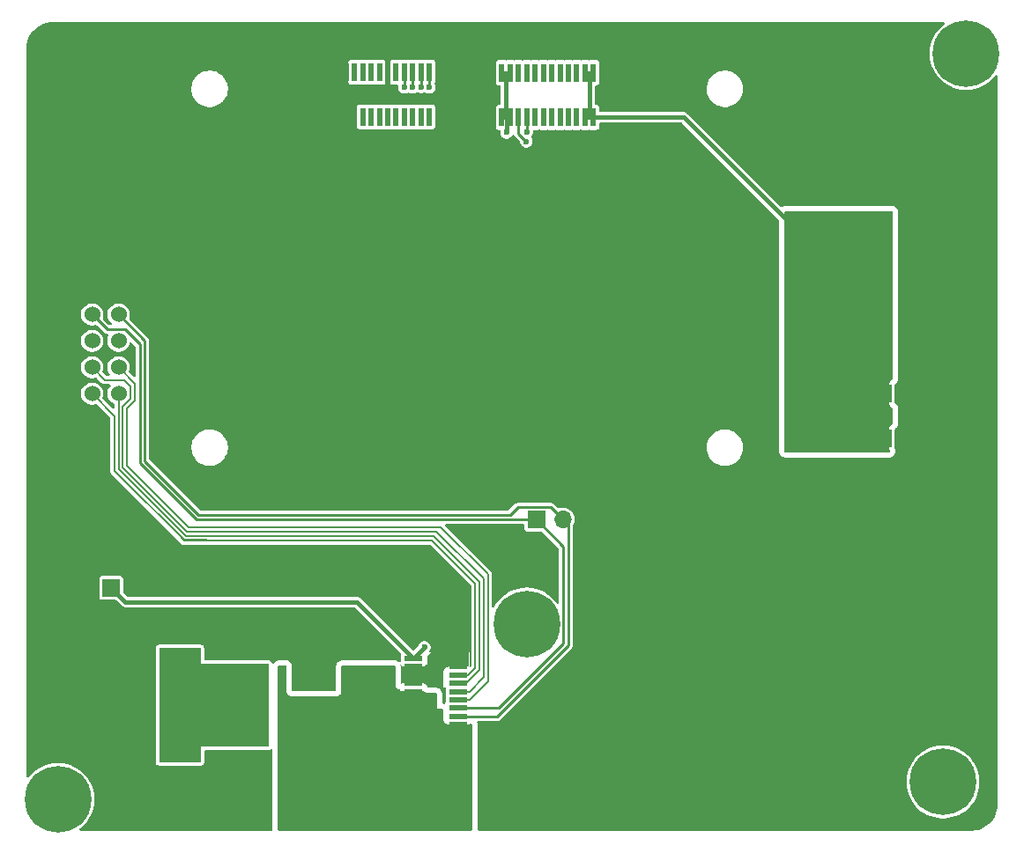
<source format=gbr>
%TF.GenerationSoftware,KiCad,Pcbnew,9.0.0*%
%TF.CreationDate,2026-01-14T19:04:19-06:00*%
%TF.ProjectId,SuppChargerTester,53757070-4368-4617-9267-657254657374,rev?*%
%TF.SameCoordinates,Original*%
%TF.FileFunction,Copper,L1,Top*%
%TF.FilePolarity,Positive*%
%FSLAX46Y46*%
G04 Gerber Fmt 4.6, Leading zero omitted, Abs format (unit mm)*
G04 Created by KiCad (PCBNEW 9.0.0) date 2026-01-14 19:04:19*
%MOMM*%
%LPD*%
G01*
G04 APERTURE LIST*
G04 Aperture macros list*
%AMFreePoly0*
4,1,21,5.263536,5.503536,5.265000,5.500000,5.265000,-5.500000,5.263536,-5.503536,5.260000,-5.505000,1.240000,-5.505000,1.236464,-5.503536,1.235000,-5.500000,1.235000,-4.005000,-5.260000,-4.005000,-5.263536,-4.003536,-5.265000,-4.000000,-5.265000,4.000000,-5.263536,4.003536,-5.260000,4.005000,1.235000,4.005000,1.235000,5.500000,1.236464,5.503536,1.240000,5.505000,5.260000,5.505000,
5.263536,5.503536,5.263536,5.503536,$1*%
G04 Aperture macros list end*
%TA.AperFunction,ComponentPad*%
%ADD10C,8.115000*%
%TD*%
%TA.AperFunction,SMDPad,CuDef*%
%ADD11R,0.550000X1.800000*%
%TD*%
%TA.AperFunction,ComponentPad*%
%ADD12C,3.600000*%
%TD*%
%TA.AperFunction,ConnectorPad*%
%ADD13C,6.400000*%
%TD*%
%TA.AperFunction,SMDPad,CuDef*%
%ADD14R,4.230000X2.400000*%
%TD*%
%TA.AperFunction,SMDPad,CuDef*%
%ADD15FreePoly0,180.000000*%
%TD*%
%TA.AperFunction,ComponentPad*%
%ADD16R,1.700000X1.700000*%
%TD*%
%TA.AperFunction,ComponentPad*%
%ADD17O,1.700000X1.700000*%
%TD*%
%TA.AperFunction,ComponentPad*%
%ADD18C,1.524000*%
%TD*%
%TA.AperFunction,ComponentPad*%
%ADD19R,3.000000X3.000000*%
%TD*%
%TA.AperFunction,ComponentPad*%
%ADD20C,3.000000*%
%TD*%
%TA.AperFunction,SMDPad,CuDef*%
%ADD21R,1.800000X0.550000*%
%TD*%
%TA.AperFunction,ViaPad*%
%ADD22C,0.600000*%
%TD*%
%TA.AperFunction,Conductor*%
%ADD23C,0.400000*%
%TD*%
%TA.AperFunction,Conductor*%
%ADD24C,0.250000*%
%TD*%
%TA.AperFunction,Conductor*%
%ADD25C,0.200000*%
%TD*%
G04 APERTURE END LIST*
D10*
%TO.P,J1,1,Pin_1*%
%TO.N,+24V*%
X240800000Y-89650000D03*
%TD*%
D11*
%TO.P,U3,1,+3.3V*%
%TO.N,+3V3*%
X208433911Y-74760002D03*
%TO.P,U3,2,+3.3V*%
X208433910Y-70460061D03*
%TO.P,U3,3,+3.3V*%
X209233910Y-74760061D03*
%TO.P,U3,4,+3.3V*%
X209233910Y-70460000D03*
%TO.P,U3,5,I2C4_SDA*%
%TO.N,/SDA*%
X210033910Y-74760061D03*
%TO.P,U3,6,IntCAN_H*%
%TO.N,unconnected-(U3A-IntCAN_H-Pad6)*%
X210033911Y-70460000D03*
%TO.P,U3,7,I2C4_SCL*%
%TO.N,/SCL*%
X210833910Y-74760061D03*
%TO.P,U3,8,IntCAN_L*%
%TO.N,unconnected-(U3A-IntCAN_L-Pad8)*%
X210833909Y-70460000D03*
%TO.P,U3,9,I2C3_SDA*%
%TO.N,unconnected-(U3A-I2C3_SDA-Pad9)*%
X211633910Y-74760061D03*
%TO.P,U3,10,ADC2_IN12*%
%TO.N,unconnected-(U3A-ADC2_IN12-Pad10)*%
X211633910Y-70460000D03*
%TO.P,U3,11,I2C3_SCL*%
%TO.N,unconnected-(U3A-I2C3_SCL-Pad11)*%
X212433910Y-74760061D03*
%TO.P,U3,12,ADC1_IN11*%
%TO.N,unconnected-(U3A-ADC1_IN11-Pad12)*%
X212433908Y-70460000D03*
%TO.P,U3,13,UART5_TX*%
%TO.N,unconnected-(U3A-UART5_TX-Pad13)*%
X213233910Y-74760061D03*
%TO.P,U3,14,SPI2_MISO*%
%TO.N,unconnected-(U3A-SPI2_MISO-Pad14)*%
X213233909Y-70460000D03*
%TO.P,U3,15,UART5_RX*%
%TO.N,unconnected-(U3A-UART5_RX-Pad15)*%
X214033910Y-74760061D03*
%TO.P,U3,16,SPI2_NSS*%
%TO.N,unconnected-(U3A-SPI2_NSS-Pad16)*%
X214033910Y-70460000D03*
%TO.P,U3,17,USART1_TX*%
%TO.N,unconnected-(U3A-USART1_TX-Pad17)*%
X214833909Y-74760002D03*
%TO.P,U3,18,SPI2_MOSI*%
%TO.N,unconnected-(U3A-SPI2_MOSI-Pad18)*%
X214833909Y-70460000D03*
%TO.P,U3,19,USART1_RX*%
%TO.N,unconnected-(U3A-USART1_RX-Pad19)*%
X215633909Y-74760002D03*
%TO.P,U3,20,SPI2_SCK*%
%TO.N,unconnected-(U3A-SPI2_SCK-Pad20)*%
X215633909Y-70460000D03*
%TO.P,U3,21,24VExt*%
%TO.N,+24V*%
X216433908Y-74760002D03*
%TO.P,U3,22,24VExt*%
X216433908Y-70460000D03*
%TO.P,U3,23,24VExt*%
X217233909Y-74760002D03*
%TO.P,U3,24,24VExt*%
X217233909Y-70460000D03*
%TO.P,U3,25,GND*%
%TO.N,PGND*%
X192679933Y-74710002D03*
%TO.P,U3,26,GND*%
X192679933Y-70410000D03*
%TO.P,U3,27,GND*%
X193479932Y-74710002D03*
%TO.P,U3,28,GND*%
X193479932Y-70410000D03*
%TO.P,U3,29,GND*%
X194279933Y-74710002D03*
%TO.P,U3,30,CarCAN_H*%
%TO.N,unconnected-(U3B-CarCAN_H-Pad30)*%
X194279933Y-70410000D03*
%TO.P,U3,31,ADC1_IN12*%
%TO.N,unconnected-(U3B-ADC1_IN12-Pad31)*%
X195079931Y-74710002D03*
%TO.P,U3,32,CarCAN_L*%
%TO.N,unconnected-(U3B-CarCAN_L-Pad32)*%
X195079931Y-70410000D03*
%TO.P,U3,33,ADC1_IN15*%
%TO.N,unconnected-(U3B-ADC1_IN15-Pad33)*%
X195879932Y-74710002D03*
%TO.P,U3,34,UART4_TX*%
%TO.N,unconnected-(U3B-UART4_TX-Pad34)*%
X195879932Y-70410000D03*
%TO.P,U3,35,OPAMP5_VINM*%
%TO.N,unconnected-(U3B-OPAMP5_VINM-Pad35)*%
X196679930Y-74710002D03*
%TO.P,U3,36,UART4_RX*%
%TO.N,unconnected-(U3B-UART4_RX-Pad36)*%
X196679930Y-70410000D03*
%TO.P,U3,37,+3.3VA*%
%TO.N,unconnected-(U3B-+3.3VA-Pad37)*%
X197479931Y-74710002D03*
%TO.P,U3,38,GNDA*%
%TO.N,PGND*%
X197479931Y-70410000D03*
%TO.P,U3,39,ADC1_IN3*%
%TO.N,unconnected-(U3B-ADC1_IN3-Pad39)*%
X198279932Y-74710002D03*
%TO.P,U3,40,ADC1_IN7*%
%TO.N,unconnected-(U3B-ADC1_IN7-Pad40)*%
X198279932Y-70410000D03*
%TO.P,U3,41,ADC1_IN2*%
%TO.N,unconnected-(U3B-ADC1_IN2-Pad41)*%
X199079931Y-74710002D03*
%TO.P,U3,42,SPI3_MISO*%
%TO.N,/\u002ACE*%
X199079931Y-70410000D03*
%TO.P,U3,43,ADC1_IN1*%
%TO.N,unconnected-(U3B-ADC1_IN1-Pad43)*%
X199879931Y-74710002D03*
%TO.P,U3,44,SPI3_NSS*%
%TO.N,/STAT2*%
X199879931Y-70410000D03*
%TO.P,U3,45,ADC1_IN8*%
%TO.N,unconnected-(U3B-ADC1_IN8-Pad45)*%
X200679930Y-74710002D03*
%TO.P,U3,46,SPI3_MOSI*%
%TO.N,/STAT1*%
X200679930Y-70410000D03*
%TO.P,U3,47,ADC1_IN6*%
%TO.N,unconnected-(U3B-ADC1_IN6-Pad47)*%
X201479931Y-74710002D03*
%TO.P,U3,48,SPI3_SCK*%
%TO.N,/\u002AINT*%
X201479931Y-70410000D03*
%TD*%
D12*
%TO.P,H1,1*%
%TO.N,N/C*%
X165780000Y-140350000D03*
D13*
X165780000Y-140350000D03*
%TD*%
D12*
%TO.P,H2,1*%
%TO.N,N/C*%
X253050000Y-68610000D03*
D13*
X253050000Y-68610000D03*
%TD*%
D14*
%TO.P,R1,1,1*%
%TO.N,+BATT*%
X190395000Y-133830000D03*
%TO.P,R1,2,2*%
%TO.N,PGND*%
X190395000Y-128750000D03*
D15*
%TO.P,R1,3,3*%
%TO.N,/ThermalPad*%
X180770000Y-131290000D03*
%TD*%
D16*
%TO.P,J4,1,Pin_1*%
%TO.N,/SCL*%
X211750000Y-113440000D03*
D17*
%TO.P,J4,2,Pin_2*%
%TO.N,/SDA*%
X214290000Y-113440000D03*
%TD*%
D18*
%TO.P,J3,1,GND*%
%TO.N,PGND*%
X171620000Y-91180000D03*
%TO.P,J3,2,GND*%
X169080000Y-91180000D03*
%TO.P,J3,3,CH7*%
%TO.N,/SDA*%
X171620000Y-93720000D03*
%TO.P,J3,4,CH6*%
%TO.N,/SCL*%
X169080000Y-93720000D03*
%TO.P,J3,5,CH5*%
%TO.N,unconnected-(J3-CH5-Pad5)*%
X171620000Y-96260000D03*
%TO.P,J3,6,CH4*%
%TO.N,unconnected-(J3-CH4-Pad6)*%
X169080000Y-96260000D03*
%TO.P,J3,7,CH3*%
%TO.N,/\u002AINT*%
X171620000Y-98800000D03*
%TO.P,J3,8,CH2*%
%TO.N,/STAT1*%
X169080000Y-98800000D03*
%TO.P,J3,9,CH1*%
%TO.N,/STAT2*%
X171620000Y-101340000D03*
%TO.P,J3,10,CH0*%
%TO.N,/\u002ACE*%
X169080000Y-101340000D03*
%TD*%
D16*
%TO.P,J5,1,Pin_1*%
%TO.N,+3V3*%
X170930000Y-120010000D03*
D17*
%TO.P,J5,2,Pin_2*%
%TO.N,PGND*%
X170930000Y-122550000D03*
%TD*%
D10*
%TO.P,J2,1,Pin_1*%
%TO.N,PGND*%
X168483809Y-112500000D03*
%TD*%
D19*
%TO.P,J6,1,Pin_1*%
%TO.N,+BATT*%
X188900000Y-140400000D03*
D20*
%TO.P,J6,2,Pin_2*%
%TO.N,PGND*%
X183900000Y-140400000D03*
%TD*%
D21*
%TO.P,U1,1,Power_Out*%
%TO.N,+BATT*%
X204230000Y-135580000D03*
%TO.P,U1,2,Power_Out*%
X199930000Y-135580000D03*
%TO.P,U1,3,Power_Out*%
X204230000Y-134780000D03*
%TO.P,U1,4,Power_Out*%
X199930000Y-134780000D03*
%TO.P,U1,5,Power_Out*%
X204230000Y-133980000D03*
%TO.P,U1,6,Power_Out*%
X199930000Y-133980000D03*
%TO.P,U1,7,Power_Out*%
X204230000Y-133180000D03*
%TO.P,U1,8,Power_Out*%
X199930000Y-133180000D03*
%TO.P,U1,9,BQ25756E_SDA*%
%TO.N,/SDA*%
X204230000Y-132380000D03*
%TO.P,U1,10,Power_Out*%
%TO.N,+BATT*%
X199930000Y-132380000D03*
%TO.P,U1,11,BQ25756E_SCL*%
%TO.N,/SCL*%
X204230000Y-131580000D03*
%TO.P,U1,12,Power_Out*%
%TO.N,+BATT*%
X199930000Y-131580000D03*
%TO.P,U1,13,BQ25756E_~{INT}*%
%TO.N,/\u002AINT*%
X204230000Y-130780000D03*
%TO.P,U1,14,Power_Out*%
%TO.N,+BATT*%
X199930000Y-130780000D03*
%TO.P,U1,15,BQ25756E_Stat1*%
%TO.N,/STAT1*%
X204230000Y-129980000D03*
%TO.P,U1,16,Power_Out*%
%TO.N,+BATT*%
X199930000Y-129980000D03*
%TO.P,U1,17,BQ25756E_Stat2*%
%TO.N,/STAT2*%
X204230000Y-129180000D03*
%TO.P,U1,18,GND*%
%TO.N,PGND*%
X199930000Y-129180000D03*
%TO.P,U1,19,BQ25756E_~{CE}*%
%TO.N,/\u002ACE*%
X204230000Y-128380000D03*
%TO.P,U1,20,GND*%
%TO.N,PGND*%
X199930000Y-128380000D03*
%TO.P,U1,21,GND*%
X204230000Y-127580000D03*
%TO.P,U1,22,GND*%
X199930000Y-127580000D03*
%TO.P,U1,23,GND*%
X204230000Y-126780000D03*
%TO.P,U1,24,Logic_PWR*%
%TO.N,+3V3*%
X199930000Y-126780000D03*
D11*
%TO.P,U1,25,GND*%
%TO.N,PGND*%
X249630000Y-101330000D03*
%TO.P,U1,26,GND*%
X249630000Y-105630000D03*
%TO.P,U1,27,GND*%
X248830000Y-101330000D03*
%TO.P,U1,28,GND*%
X248830000Y-105630000D03*
%TO.P,U1,29,GND*%
X248030000Y-101330000D03*
%TO.P,U1,30,GND*%
X248030000Y-105630000D03*
%TO.P,U1,31,GND*%
X247230000Y-101330000D03*
%TO.P,U1,32,GND*%
X247230000Y-105630000D03*
%TO.P,U1,33,GND*%
X246430000Y-101330000D03*
%TO.P,U1,34,GND*%
X246430000Y-105630000D03*
%TO.P,U1,35,Power_In*%
%TO.N,+24V*%
X245630000Y-101330000D03*
%TO.P,U1,36,Power_In*%
X245630000Y-105630000D03*
%TO.P,U1,37,Power_In*%
X244830000Y-101330000D03*
%TO.P,U1,38,Power_In*%
X244830000Y-105630000D03*
%TO.P,U1,39,Power_In*%
X244030000Y-101330000D03*
%TO.P,U1,40,Power_In*%
X244030000Y-105630000D03*
%TO.P,U1,41,Power_In*%
X243230000Y-101330000D03*
%TO.P,U1,42,Power_In*%
X243230000Y-105630000D03*
%TO.P,U1,43,Power_In*%
X242430000Y-101330000D03*
%TO.P,U1,44,Power_In*%
X242430000Y-105630000D03*
%TO.P,U1,45,Power_In*%
X241630000Y-101330000D03*
%TO.P,U1,46,Power_In*%
X241630000Y-105630000D03*
%TO.P,U1,47,Power_In*%
X240830000Y-101330000D03*
%TO.P,U1,48,Power_In*%
X240830000Y-105630000D03*
D12*
%TO.P,U1,49,MP*%
%TO.N,unconnected-(U1-MP-Pad49)*%
X210830000Y-123480000D03*
D13*
%TO.N,unconnected-(U1-MP-Pad49)_2*%
X210830000Y-123480000D03*
D12*
%TO.P,U1,50,MP*%
%TO.N,unconnected-(U1-MP-Pad50)*%
X250830000Y-138680000D03*
D13*
%TO.N,unconnected-(U1-MP-Pad50)_2*%
X250830000Y-138680000D03*
%TD*%
D22*
%TO.N,PGND*%
X176760000Y-141310000D03*
X172910000Y-141300000D03*
X170980000Y-139190000D03*
X172910000Y-139190000D03*
X174970000Y-139190000D03*
X170990000Y-141310000D03*
X176760000Y-139200000D03*
X174980000Y-141310000D03*
X164940000Y-133320000D03*
X164950000Y-129470000D03*
X167060000Y-127540000D03*
X167060000Y-129470000D03*
X167060000Y-131530000D03*
X164940000Y-127550000D03*
X167050000Y-133320000D03*
X164940000Y-131540000D03*
X171000000Y-129460000D03*
X170990000Y-133310000D03*
X168880000Y-131530000D03*
X171000000Y-127530000D03*
X168890000Y-129460000D03*
X171000000Y-131520000D03*
X168880000Y-133310000D03*
X168880000Y-127540000D03*
X251240000Y-111330000D03*
X218320000Y-96740000D03*
X224820000Y-94920000D03*
X201010000Y-98790000D03*
X216330000Y-81540000D03*
X220440000Y-85300000D03*
X251230000Y-89820000D03*
X220450000Y-89100000D03*
X253740000Y-87760000D03*
X239630000Y-113440000D03*
X253740000Y-91540000D03*
X222220000Y-113790000D03*
X220430000Y-98800000D03*
X201020000Y-94940000D03*
X218320000Y-91180000D03*
X253710000Y-78150000D03*
X246050000Y-70490000D03*
X243410000Y-113440000D03*
X249320000Y-111340000D03*
X253740000Y-93600000D03*
X201030000Y-92870000D03*
X249320000Y-113450000D03*
X249330000Y-121630000D03*
X185850000Y-119750000D03*
X245480000Y-117590000D03*
X247250000Y-111330000D03*
X253750000Y-83910000D03*
X214210000Y-98820000D03*
X220150000Y-113780000D03*
X189700000Y-119760000D03*
X243420000Y-121620000D03*
X214210000Y-81550000D03*
X239630000Y-119500000D03*
X194800000Y-89120000D03*
X243620000Y-72550000D03*
X245470000Y-111330000D03*
X251240000Y-91530000D03*
X227010000Y-98770000D03*
X216330000Y-96750000D03*
X249330000Y-119520000D03*
X227020000Y-81490000D03*
X222700000Y-85280000D03*
X214220000Y-89130000D03*
X227010000Y-87340000D03*
X222690000Y-87350000D03*
X216340000Y-89120000D03*
X229130000Y-83550000D03*
X224810000Y-83560000D03*
X239640000Y-117590000D03*
X220440000Y-96730000D03*
X222700000Y-100700000D03*
X196920000Y-89110000D03*
X251200000Y-80210000D03*
X218330000Y-92890000D03*
X246040000Y-72560000D03*
X227020000Y-85270000D03*
X206160000Y-89080000D03*
X201020000Y-96720000D03*
X229130000Y-98760000D03*
X241690000Y-113440000D03*
X201020000Y-100710000D03*
X198890000Y-98800000D03*
X251250000Y-115480000D03*
X214210000Y-83610000D03*
X198900000Y-96730000D03*
X198900000Y-91170000D03*
X203660000Y-92860000D03*
X251270000Y-125780000D03*
X227020000Y-100690000D03*
X247260000Y-115480000D03*
X220430000Y-83590000D03*
X203640000Y-98780000D03*
X198910000Y-92880000D03*
X216320000Y-87390000D03*
X223940000Y-115900000D03*
X218310000Y-98810000D03*
X194790000Y-96750000D03*
X224810000Y-98770000D03*
X216340000Y-92900000D03*
X251240000Y-81980000D03*
X241000000Y-72560000D03*
X245490000Y-123660000D03*
X206160000Y-92860000D03*
X196910000Y-96740000D03*
X253750000Y-85970000D03*
X198910000Y-89100000D03*
X246040000Y-68570000D03*
X247270000Y-123660000D03*
X206150000Y-91150000D03*
X239640000Y-123650000D03*
X216320000Y-98820000D03*
X196910000Y-94960000D03*
X183790000Y-119750000D03*
X224820000Y-85270000D03*
X220440000Y-94950000D03*
X241710000Y-123660000D03*
X243420000Y-117590000D03*
X243400000Y-111320000D03*
X227020000Y-91140000D03*
X214210000Y-87390000D03*
X224820000Y-91140000D03*
X216330000Y-91190000D03*
X239630000Y-115470000D03*
X214220000Y-92910000D03*
X222690000Y-83570000D03*
X220440000Y-100720000D03*
X245490000Y-125770000D03*
X251250000Y-113450000D03*
X251260000Y-117600000D03*
X216320000Y-83610000D03*
X227780000Y-113790000D03*
X245480000Y-121620000D03*
X241700000Y-117590000D03*
X224820000Y-100690000D03*
X196900000Y-98810000D03*
X218320000Y-94960000D03*
X194800000Y-94960000D03*
X243620000Y-70490000D03*
X180010000Y-119750000D03*
X203660000Y-89080000D03*
X222700000Y-81500000D03*
X224830000Y-89070000D03*
X229130000Y-87330000D03*
X214210000Y-85330000D03*
X247270000Y-121630000D03*
X251260000Y-121630000D03*
X203650000Y-94930000D03*
X222700000Y-94930000D03*
X251260000Y-123660000D03*
X222700000Y-96710000D03*
X198900000Y-100720000D03*
X243410000Y-119500000D03*
X241010000Y-70490000D03*
X243430000Y-125770000D03*
X247280000Y-125780000D03*
X251250000Y-119510000D03*
X206150000Y-100700000D03*
X229150000Y-89060000D03*
X239650000Y-125770000D03*
X220160000Y-115900000D03*
X241700000Y-119510000D03*
X196910000Y-91180000D03*
X227030000Y-89070000D03*
X187640000Y-119760000D03*
X222690000Y-98780000D03*
X253710000Y-80210000D03*
X251210000Y-78140000D03*
X218320000Y-85310000D03*
X198900000Y-94950000D03*
X229140000Y-91130000D03*
X251230000Y-93600000D03*
X206150000Y-96710000D03*
X214210000Y-96760000D03*
X243410000Y-115470000D03*
X231770000Y-113790000D03*
X227020000Y-94920000D03*
X220440000Y-81520000D03*
X227010000Y-83560000D03*
X218320000Y-81530000D03*
X220450000Y-92880000D03*
X229140000Y-81480000D03*
X247260000Y-119510000D03*
X241710000Y-125770000D03*
X214220000Y-94970000D03*
X203650000Y-91150000D03*
X227020000Y-96700000D03*
X247260000Y-113450000D03*
X249340000Y-123670000D03*
X231780000Y-115910000D03*
X203650000Y-100700000D03*
X216330000Y-94970000D03*
X196910000Y-100730000D03*
X241000000Y-68570000D03*
X241690000Y-111330000D03*
X222710000Y-92860000D03*
X229140000Y-96690000D03*
X251240000Y-87750000D03*
X239640000Y-121620000D03*
X214210000Y-100750000D03*
X222700000Y-91150000D03*
X218310000Y-87380000D03*
X223930000Y-113780000D03*
X194800000Y-91180000D03*
X229850000Y-113800000D03*
X241700000Y-115480000D03*
X214220000Y-91190000D03*
X249330000Y-117600000D03*
X253750000Y-81980000D03*
X194790000Y-98810000D03*
X194790000Y-100740000D03*
X245470000Y-113440000D03*
X239620000Y-111320000D03*
X222220000Y-115900000D03*
X206140000Y-98780000D03*
X251200000Y-76430000D03*
X201030000Y-89090000D03*
X218310000Y-83600000D03*
X243620000Y-68560000D03*
X182070000Y-119750000D03*
X229850000Y-115910000D03*
X201020000Y-91160000D03*
X224810000Y-87340000D03*
X227030000Y-92850000D03*
X227790000Y-115910000D03*
X224820000Y-81490000D03*
X251240000Y-85970000D03*
X222710000Y-89080000D03*
X191630000Y-119760000D03*
X224830000Y-92850000D03*
X206150000Y-94930000D03*
X243420000Y-123650000D03*
X245480000Y-115480000D03*
X249340000Y-125780000D03*
X229150000Y-92840000D03*
X216330000Y-100740000D03*
X229140000Y-85260000D03*
X247270000Y-117600000D03*
X253740000Y-89820000D03*
X194800000Y-92900000D03*
X241700000Y-121620000D03*
X229140000Y-100680000D03*
X229140000Y-94910000D03*
X251250000Y-83900000D03*
X220440000Y-91170000D03*
X218320000Y-100730000D03*
X218330000Y-89110000D03*
X226000000Y-113790000D03*
X220430000Y-87370000D03*
X216330000Y-85320000D03*
X253710000Y-76430000D03*
X245480000Y-119510000D03*
X196920000Y-92890000D03*
X249330000Y-115490000D03*
X226000000Y-115900000D03*
X224820000Y-96700000D03*
X203650000Y-96710000D03*
%TO.N,/SCL*%
X210830000Y-76200000D03*
%TO.N,/STAT1*%
X200669463Y-71840000D03*
%TO.N,/STAT2*%
X199870000Y-71850000D03*
%TO.N,/\u002AINT*%
X201470000Y-71850000D03*
%TO.N,/SDA*%
X210800000Y-77070000D03*
%TO.N,/\u002ACE*%
X199070000Y-71860000D03*
%TO.N,+3V3*%
X201000000Y-125730000D03*
X208890000Y-76210000D03*
%TO.N,/ThermalPad*%
X180760000Y-132830000D03*
X184020000Y-132830000D03*
X177710000Y-129790000D03*
X184010000Y-129790000D03*
X177710000Y-132840000D03*
X180760000Y-129790000D03*
X180760000Y-131340000D03*
X184010000Y-131290000D03*
X177710000Y-131340000D03*
%TO.N,PGND*%
X211660000Y-116780000D03*
%TD*%
D23*
%TO.N,+24V*%
X216433908Y-70460000D02*
X216900000Y-70460000D01*
X216900000Y-70460000D02*
X216900000Y-74720002D01*
X216900000Y-74720002D02*
X216860000Y-74760002D01*
X216900000Y-70460000D02*
X217233909Y-70460000D01*
X240800000Y-89650000D02*
X225910002Y-74760002D01*
X216860000Y-74760002D02*
X216433908Y-74760002D01*
X225910002Y-74760002D02*
X216860000Y-74760002D01*
D24*
%TO.N,/SCL*%
X169080000Y-93720000D02*
X170532000Y-95172000D01*
X214356000Y-116046000D02*
X211750000Y-113440000D01*
X173670000Y-108030000D02*
X179080000Y-113440000D01*
X214356000Y-125364000D02*
X208140000Y-131580000D01*
X179080000Y-113440000D02*
X211750000Y-113440000D01*
X210833910Y-76196090D02*
X210830000Y-76200000D01*
X173670000Y-96600000D02*
X173670000Y-108030000D01*
X214356000Y-125364000D02*
X214356000Y-116046000D01*
X170532000Y-95172000D02*
X172242000Y-95172000D01*
X172242000Y-95172000D02*
X173670000Y-96600000D01*
X210833910Y-74760061D02*
X210833910Y-76196090D01*
X204230000Y-131580000D02*
X208140000Y-131580000D01*
D25*
%TO.N,/STAT1*%
X178216100Y-114609000D02*
X202189000Y-114609000D01*
X205330000Y-129980000D02*
X206691000Y-128619000D01*
X170300000Y-100020000D02*
X169080000Y-98800000D01*
X206691000Y-128619000D02*
X206691000Y-119111000D01*
X172780000Y-101831000D02*
X172780000Y-100640000D01*
D24*
X200679930Y-70410000D02*
X200679930Y-71840106D01*
X200679930Y-71829533D02*
X200669463Y-71840000D01*
D25*
X172021000Y-102590000D02*
X172780000Y-101831000D01*
X172780000Y-100640000D02*
X172160000Y-100020000D01*
D24*
X200679930Y-71840106D02*
X200669463Y-71850573D01*
D25*
X206691000Y-119111000D02*
X202235000Y-114655000D01*
X204230000Y-129980000D02*
X205330000Y-129980000D01*
X178216100Y-114609000D02*
X172021000Y-108413900D01*
X202189000Y-114609000D02*
X202235000Y-114655000D01*
X172021000Y-108413900D02*
X172021000Y-102590000D01*
X172160000Y-100020000D02*
X170300000Y-100020000D01*
%TO.N,/STAT2*%
X206290000Y-119443900D02*
X201856100Y-115010000D01*
X204230000Y-129180000D02*
X205040000Y-129180000D01*
D24*
X199870030Y-71880754D02*
X199870030Y-71834595D01*
D25*
X171620000Y-108580000D02*
X171620000Y-101340000D01*
X206290000Y-127930000D02*
X206290000Y-119443900D01*
D24*
X199879931Y-71840069D02*
X199870000Y-71850000D01*
X199870030Y-71834595D02*
X199879931Y-71824694D01*
D25*
X201856100Y-115010000D02*
X178050000Y-115010000D01*
X178050000Y-115010000D02*
X171620000Y-108580000D01*
X205040000Y-129180000D02*
X206290000Y-127930000D01*
D24*
X199879931Y-71824694D02*
X199879931Y-70410000D01*
D25*
%TO.N,/\u002AINT*%
X178382200Y-114208000D02*
X202592200Y-114208000D01*
X202592200Y-114208000D02*
X207092000Y-118707800D01*
X171620000Y-98800000D02*
X173181000Y-100361000D01*
D24*
X201479931Y-71830069D02*
X201470000Y-71840000D01*
D25*
X172422000Y-102760000D02*
X172422000Y-108247800D01*
X207092000Y-118707800D02*
X207092000Y-129018000D01*
X173181000Y-102001000D02*
X172422000Y-102760000D01*
D24*
X201479931Y-70410000D02*
X201479931Y-71830069D01*
D25*
X207092000Y-129018000D02*
X205330000Y-130780000D01*
X172422000Y-108247800D02*
X178382200Y-114208000D01*
X173181000Y-100361000D02*
X173181000Y-102001000D01*
X205330000Y-130780000D02*
X204230000Y-130780000D01*
D24*
%TO.N,/SDA*%
X174121000Y-107843190D02*
X179266810Y-112989000D01*
X214807000Y-125550810D02*
X207977810Y-132380000D01*
X174121000Y-96221000D02*
X174121000Y-107843190D01*
X210033910Y-76303910D02*
X210800000Y-77070000D01*
X171620000Y-93720000D02*
X174121000Y-96221000D01*
X209975000Y-112264000D02*
X213114000Y-112264000D01*
X214807000Y-125550810D02*
X214807000Y-113957000D01*
X209250000Y-112989000D02*
X209975000Y-112264000D01*
X179266810Y-112989000D02*
X209250000Y-112989000D01*
X210033910Y-74760061D02*
X210033910Y-76303910D01*
X214807000Y-113957000D02*
X214290000Y-113440000D01*
X204230000Y-132380000D02*
X207977810Y-132380000D01*
X213114000Y-112264000D02*
X214290000Y-113440000D01*
D25*
%TO.N,/\u002ACE*%
X171741450Y-109268550D02*
X171816450Y-109343550D01*
X205889000Y-127698000D02*
X205889000Y-119610000D01*
X171219000Y-103479000D02*
X171219000Y-104340000D01*
X205889000Y-119610000D02*
X201749000Y-115470000D01*
X171219000Y-108746100D02*
X171741450Y-109268550D01*
X171219000Y-104340000D02*
X171219000Y-105240000D01*
X171741450Y-109268550D02*
X177883900Y-115411000D01*
X204230000Y-128380000D02*
X205207000Y-128380000D01*
X177883900Y-115411000D02*
X180090000Y-115411000D01*
X171219000Y-105240000D02*
X171219000Y-108746100D01*
X201749000Y-115470000D02*
X178260000Y-115470000D01*
X205207000Y-128380000D02*
X205889000Y-127698000D01*
X178260000Y-115470000D02*
X177942900Y-115470000D01*
D24*
X199079931Y-71850069D02*
X199070000Y-71860000D01*
D25*
X169080000Y-101340000D02*
X171219000Y-103479000D01*
X178260000Y-115470000D02*
X178020000Y-115470000D01*
X177942900Y-115470000D02*
X177649000Y-115176100D01*
D24*
X199079931Y-70410000D02*
X199079931Y-71850069D01*
D23*
%TO.N,+3V3*%
X172280000Y-121360000D02*
X194510000Y-121360000D01*
X199950000Y-126780000D02*
X201000000Y-125730000D01*
X208433911Y-74760002D02*
X208840000Y-74760002D01*
X170930000Y-120010000D02*
X172280000Y-121360000D01*
X194510000Y-121360000D02*
X199930000Y-126780000D01*
X208890000Y-76210000D02*
X208890000Y-74810002D01*
X208850000Y-70460000D02*
X208850000Y-74750002D01*
X209233851Y-74760002D02*
X209233910Y-74760061D01*
X208850000Y-70460000D02*
X208433971Y-70460000D01*
X208850000Y-74750002D02*
X208840000Y-74760002D01*
X208840000Y-74760002D02*
X209233851Y-74760002D01*
X199930000Y-126780000D02*
X199950000Y-126780000D01*
X209233910Y-70460000D02*
X208850000Y-70460000D01*
X208890000Y-74810002D02*
X208840000Y-74760002D01*
X208433971Y-70460000D02*
X208433910Y-70460061D01*
%TD*%
%TA.AperFunction,Conductor*%
%TO.N,+24V*%
G36*
X245963039Y-83799685D02*
G01*
X246008794Y-83852489D01*
X246020000Y-83904000D01*
X246020000Y-99860076D01*
X246000315Y-99927115D01*
X245947511Y-99972870D01*
X245939335Y-99976257D01*
X245912673Y-99986201D01*
X245912664Y-99986206D01*
X245797455Y-100072452D01*
X245797452Y-100072455D01*
X245711206Y-100187664D01*
X245711202Y-100187671D01*
X245660908Y-100322517D01*
X245654501Y-100382116D01*
X245654500Y-100382135D01*
X245654500Y-102277870D01*
X245654501Y-102277876D01*
X245660908Y-102337483D01*
X245711202Y-102472328D01*
X245711206Y-102472335D01*
X245797452Y-102587544D01*
X245797455Y-102587547D01*
X245912666Y-102673794D01*
X245912666Y-102673795D01*
X245912669Y-102673796D01*
X245939332Y-102683740D01*
X245995265Y-102725608D01*
X246019684Y-102791072D01*
X246020000Y-102799922D01*
X246020000Y-104160076D01*
X246000315Y-104227115D01*
X245947511Y-104272870D01*
X245939335Y-104276257D01*
X245912673Y-104286201D01*
X245912664Y-104286206D01*
X245797455Y-104372452D01*
X245797452Y-104372455D01*
X245711206Y-104487664D01*
X245711202Y-104487671D01*
X245660908Y-104622517D01*
X245654501Y-104682116D01*
X245654500Y-104682135D01*
X245654500Y-106577870D01*
X245654501Y-106577876D01*
X245660908Y-106637483D01*
X245711202Y-106772328D01*
X245715454Y-106780114D01*
X245714135Y-106780834D01*
X245735140Y-106837159D01*
X245720286Y-106905431D01*
X245670879Y-106954835D01*
X245611456Y-106970000D01*
X235694000Y-106970000D01*
X235626961Y-106950315D01*
X235581206Y-106897511D01*
X235570000Y-106846000D01*
X235570000Y-83904000D01*
X235589685Y-83836961D01*
X235642489Y-83791206D01*
X235694000Y-83780000D01*
X245896000Y-83780000D01*
X245963039Y-83799685D01*
G37*
%TD.AperFunction*%
%TD*%
%TA.AperFunction,Conductor*%
%TO.N,+BATT*%
G36*
X187722539Y-127489685D02*
G01*
X187768294Y-127542489D01*
X187779500Y-127594000D01*
X187779500Y-129997870D01*
X187779501Y-129997876D01*
X187785908Y-130057483D01*
X187836202Y-130192328D01*
X187836206Y-130192335D01*
X187922452Y-130307544D01*
X187922455Y-130307547D01*
X188037664Y-130393793D01*
X188037671Y-130393797D01*
X188172517Y-130444091D01*
X188172516Y-130444091D01*
X188179444Y-130444835D01*
X188232127Y-130450500D01*
X192557872Y-130450499D01*
X192617483Y-130444091D01*
X192752331Y-130393796D01*
X192867546Y-130307546D01*
X192953796Y-130192331D01*
X193004091Y-130057483D01*
X193010500Y-129997873D01*
X193010499Y-127593999D01*
X193030184Y-127526961D01*
X193082987Y-127481206D01*
X193134499Y-127470000D01*
X198090500Y-127470000D01*
X198157539Y-127489685D01*
X198203294Y-127542489D01*
X198214500Y-127594000D01*
X198214500Y-129311868D01*
X198226053Y-129419315D01*
X198226054Y-129419321D01*
X198276333Y-129554119D01*
X198276336Y-129554126D01*
X198362562Y-129669307D01*
X198477745Y-129755530D01*
X198534404Y-129776661D01*
X198612550Y-129805808D01*
X198612553Y-129805808D01*
X198612555Y-129805809D01*
X198621074Y-129806418D01*
X198632509Y-129807236D01*
X198697974Y-129831650D01*
X198697978Y-129831653D01*
X198787669Y-129898796D01*
X198787671Y-129898797D01*
X198922517Y-129949091D01*
X198922516Y-129949091D01*
X198929444Y-129949835D01*
X198982127Y-129955500D01*
X200877872Y-129955499D01*
X200877874Y-129955498D01*
X200877887Y-129955498D01*
X200897354Y-129953405D01*
X200966113Y-129965809D01*
X200991814Y-129982981D01*
X201052139Y-130035254D01*
X201092607Y-130053735D01*
X201183013Y-130095023D01*
X201183016Y-130095023D01*
X201183017Y-130095024D01*
X201325433Y-130115500D01*
X202102625Y-130115500D01*
X202169664Y-130135185D01*
X202215419Y-130187989D01*
X202226624Y-130239202D01*
X202230000Y-131650000D01*
X202704765Y-131647182D01*
X202711643Y-131649157D01*
X202718685Y-131647883D01*
X202744781Y-131658675D01*
X202771919Y-131666469D01*
X202776636Y-131671848D01*
X202783251Y-131674584D01*
X202799368Y-131697769D01*
X202817987Y-131719000D01*
X202820018Y-131727475D01*
X202823132Y-131731954D01*
X202827411Y-131758312D01*
X202829418Y-131766684D01*
X202829500Y-131768965D01*
X202829501Y-131902872D01*
X202835909Y-131962483D01*
X202836588Y-131964305D01*
X202836995Y-131975507D01*
X202836367Y-131977973D01*
X202836367Y-131993257D01*
X202835909Y-131997516D01*
X202835909Y-131997517D01*
X202829500Y-132057127D01*
X202829500Y-132057132D01*
X202829500Y-132057133D01*
X202829500Y-132702870D01*
X202829501Y-132702876D01*
X202835908Y-132762483D01*
X202886202Y-132897328D01*
X202886206Y-132897335D01*
X202972452Y-133012544D01*
X202972455Y-133012547D01*
X203087664Y-133098793D01*
X203087671Y-133098797D01*
X203222517Y-133149091D01*
X203222516Y-133149091D01*
X203229444Y-133149835D01*
X203282127Y-133155500D01*
X205177872Y-133155499D01*
X205237483Y-133149091D01*
X205372331Y-133098796D01*
X205401688Y-133076818D01*
X205467152Y-133052401D01*
X205535425Y-133067252D01*
X205584831Y-133116656D01*
X205600000Y-133176085D01*
X205600000Y-143235500D01*
X205580315Y-143302539D01*
X205527511Y-143348294D01*
X205476000Y-143359500D01*
X187054000Y-143359500D01*
X186986961Y-143339815D01*
X186941206Y-143287011D01*
X186930000Y-143235500D01*
X186930000Y-127594000D01*
X186949685Y-127526961D01*
X187002489Y-127481206D01*
X187054000Y-127470000D01*
X187655500Y-127470000D01*
X187722539Y-127489685D01*
G37*
%TD.AperFunction*%
%TD*%
%TA.AperFunction,Conductor*%
%TO.N,PGND*%
G36*
X205288500Y-127397902D02*
G01*
X205279855Y-127427339D01*
X205273332Y-127457330D01*
X205269576Y-127462346D01*
X205268815Y-127464941D01*
X205252185Y-127485578D01*
X205188673Y-127549091D01*
X205169582Y-127568182D01*
X205108258Y-127601666D01*
X205081901Y-127604500D01*
X203282129Y-127604500D01*
X203282123Y-127604501D01*
X203222516Y-127610908D01*
X203087671Y-127661202D01*
X203087664Y-127661206D01*
X202972455Y-127747452D01*
X202972452Y-127747455D01*
X202886206Y-127862664D01*
X202886202Y-127862671D01*
X202835910Y-127997513D01*
X202835909Y-127997517D01*
X202829500Y-128057127D01*
X202829500Y-128057134D01*
X202829500Y-128057135D01*
X202829500Y-128702870D01*
X202829501Y-128702879D01*
X202836367Y-128766751D01*
X202836367Y-128793257D01*
X202835909Y-128797516D01*
X202835909Y-128797517D01*
X202829500Y-128857127D01*
X202829500Y-128857132D01*
X202829500Y-128857133D01*
X202829500Y-129502870D01*
X202829501Y-129502879D01*
X202836367Y-129566751D01*
X202836931Y-129586019D01*
X202836441Y-129596088D01*
X202835909Y-129597517D01*
X202834567Y-129610000D01*
X201325433Y-129610000D01*
X201324091Y-129597516D01*
X201273797Y-129462671D01*
X201273793Y-129462664D01*
X201187547Y-129347455D01*
X201187544Y-129347452D01*
X201072335Y-129261206D01*
X201072328Y-129261202D01*
X200937482Y-129210908D01*
X200937483Y-129210908D01*
X200877883Y-129204501D01*
X200877881Y-129204500D01*
X200877873Y-129204500D01*
X200877864Y-129204500D01*
X198982129Y-129204500D01*
X198982123Y-129204501D01*
X198922516Y-129210908D01*
X198787671Y-129261202D01*
X198787664Y-129261206D01*
X198720000Y-129311860D01*
X198720000Y-127448138D01*
X198787665Y-127498793D01*
X198787668Y-127498795D01*
X198787671Y-127498797D01*
X198922517Y-127549091D01*
X198922516Y-127549091D01*
X198929444Y-127549835D01*
X198982127Y-127555500D01*
X200877872Y-127555499D01*
X200937483Y-127549091D01*
X201072331Y-127498796D01*
X201187546Y-127412546D01*
X201273796Y-127297331D01*
X201324091Y-127162483D01*
X201330500Y-127102873D01*
X201330499Y-126538199D01*
X201350183Y-126471161D01*
X201385609Y-126435098D01*
X201464690Y-126382257D01*
X201510289Y-126351789D01*
X201612078Y-126250000D01*
X205288500Y-126250000D01*
X205288500Y-127397902D01*
G37*
%TD.AperFunction*%
%TD*%
%TA.AperFunction,Conductor*%
%TO.N,PGND*%
G36*
X250907513Y-65630185D02*
G01*
X250953268Y-65682989D01*
X250963212Y-65752147D01*
X250934187Y-65815703D01*
X250919139Y-65830353D01*
X250696367Y-66013176D01*
X250453176Y-66256367D01*
X250234985Y-66522234D01*
X250234975Y-66522248D01*
X250043904Y-66808206D01*
X250043893Y-66808224D01*
X249881772Y-67111530D01*
X249881770Y-67111535D01*
X249750150Y-67429293D01*
X249650308Y-67758427D01*
X249583210Y-68095750D01*
X249549500Y-68438034D01*
X249549500Y-68781965D01*
X249583210Y-69124249D01*
X249650308Y-69461572D01*
X249750150Y-69790706D01*
X249881770Y-70108464D01*
X249881772Y-70108469D01*
X250043893Y-70411775D01*
X250043904Y-70411793D01*
X250234975Y-70697751D01*
X250234985Y-70697765D01*
X250453176Y-70963632D01*
X250696367Y-71206823D01*
X250696372Y-71206827D01*
X250696373Y-71206828D01*
X250962240Y-71425019D01*
X251248213Y-71616100D01*
X251248222Y-71616105D01*
X251248224Y-71616106D01*
X251551530Y-71778227D01*
X251551532Y-71778227D01*
X251551538Y-71778231D01*
X251869295Y-71909850D01*
X252198422Y-72009690D01*
X252535750Y-72076789D01*
X252878031Y-72110500D01*
X252878034Y-72110500D01*
X253221966Y-72110500D01*
X253221969Y-72110500D01*
X253564250Y-72076789D01*
X253901578Y-72009690D01*
X254230705Y-71909850D01*
X254548462Y-71778231D01*
X254851787Y-71616100D01*
X255137760Y-71425019D01*
X255403627Y-71206828D01*
X255646828Y-70963627D01*
X255849649Y-70716487D01*
X255907392Y-70677156D01*
X255977237Y-70675285D01*
X256037005Y-70711472D01*
X256067721Y-70774228D01*
X256069500Y-70795155D01*
X256069500Y-140856249D01*
X256069274Y-140863736D01*
X256051728Y-141153794D01*
X256049923Y-141168659D01*
X255998219Y-141450798D01*
X255994635Y-141465336D01*
X255909306Y-141739167D01*
X255903997Y-141753168D01*
X255786275Y-142014736D01*
X255779316Y-142027995D01*
X255630928Y-142273459D01*
X255622422Y-142285782D01*
X255445526Y-142511573D01*
X255435596Y-142522781D01*
X255232781Y-142725596D01*
X255221573Y-142735526D01*
X254995782Y-142912422D01*
X254983459Y-142920928D01*
X254737995Y-143069316D01*
X254724736Y-143076275D01*
X254463168Y-143193997D01*
X254449167Y-143199306D01*
X254175336Y-143284635D01*
X254160798Y-143288219D01*
X253878659Y-143339923D01*
X253863794Y-143341728D01*
X253573736Y-143359274D01*
X253566249Y-143359500D01*
X206229500Y-143359500D01*
X206162461Y-143339815D01*
X206116706Y-143287011D01*
X206105500Y-143235500D01*
X206105500Y-138508034D01*
X247329500Y-138508034D01*
X247329500Y-138851965D01*
X247363210Y-139194249D01*
X247430308Y-139531572D01*
X247430310Y-139531578D01*
X247530150Y-139860705D01*
X247661590Y-140178031D01*
X247661770Y-140178464D01*
X247661772Y-140178469D01*
X247823893Y-140481775D01*
X247823904Y-140481793D01*
X248014975Y-140767751D01*
X248014985Y-140767765D01*
X248233176Y-141033632D01*
X248476367Y-141276823D01*
X248476372Y-141276827D01*
X248476373Y-141276828D01*
X248742240Y-141495019D01*
X249028213Y-141686100D01*
X249028222Y-141686105D01*
X249028224Y-141686106D01*
X249331530Y-141848227D01*
X249331532Y-141848227D01*
X249331538Y-141848231D01*
X249649295Y-141979850D01*
X249978422Y-142079690D01*
X250315750Y-142146789D01*
X250658031Y-142180500D01*
X250658034Y-142180500D01*
X251001966Y-142180500D01*
X251001969Y-142180500D01*
X251344250Y-142146789D01*
X251681578Y-142079690D01*
X252010705Y-141979850D01*
X252328462Y-141848231D01*
X252631787Y-141686100D01*
X252917760Y-141495019D01*
X253183627Y-141276828D01*
X253426828Y-141033627D01*
X253645019Y-140767760D01*
X253836100Y-140481787D01*
X253998231Y-140178462D01*
X254129850Y-139860705D01*
X254229690Y-139531578D01*
X254296789Y-139194250D01*
X254330500Y-138851969D01*
X254330500Y-138508031D01*
X254296789Y-138165750D01*
X254229690Y-137828422D01*
X254129850Y-137499295D01*
X253998231Y-137181538D01*
X253957543Y-137105417D01*
X253836106Y-136878224D01*
X253836105Y-136878222D01*
X253836100Y-136878213D01*
X253645019Y-136592240D01*
X253426828Y-136326373D01*
X253426827Y-136326372D01*
X253426823Y-136326367D01*
X253183632Y-136083176D01*
X252917765Y-135864985D01*
X252917764Y-135864984D01*
X252917760Y-135864981D01*
X252631787Y-135673900D01*
X252631782Y-135673897D01*
X252631775Y-135673893D01*
X252328469Y-135511772D01*
X252328464Y-135511770D01*
X252010706Y-135380150D01*
X251681572Y-135280308D01*
X251344248Y-135213210D01*
X251344249Y-135213210D01*
X251086456Y-135187821D01*
X251001969Y-135179500D01*
X250658031Y-135179500D01*
X250579966Y-135187188D01*
X250315750Y-135213210D01*
X249978427Y-135280308D01*
X249649293Y-135380150D01*
X249331535Y-135511770D01*
X249331530Y-135511772D01*
X249028224Y-135673893D01*
X249028206Y-135673904D01*
X248742248Y-135864975D01*
X248742234Y-135864985D01*
X248476367Y-136083176D01*
X248233176Y-136326367D01*
X248014985Y-136592234D01*
X248014975Y-136592248D01*
X247823904Y-136878206D01*
X247823893Y-136878224D01*
X247661772Y-137181530D01*
X247661770Y-137181535D01*
X247530150Y-137499293D01*
X247430308Y-137828427D01*
X247363210Y-138165750D01*
X247329500Y-138508034D01*
X206105500Y-138508034D01*
X206105500Y-133176088D01*
X206105499Y-133176081D01*
X206089797Y-133051069D01*
X206089795Y-133051060D01*
X206074629Y-132991640D01*
X206074627Y-132991635D01*
X206068044Y-132974904D01*
X206061814Y-132905313D01*
X206094197Y-132843401D01*
X206154911Y-132808825D01*
X206183432Y-132805500D01*
X208033826Y-132805500D01*
X208033828Y-132805500D01*
X208142047Y-132776503D01*
X208239073Y-132720485D01*
X215147485Y-125812073D01*
X215203503Y-125715047D01*
X215232500Y-125606828D01*
X215232500Y-125494792D01*
X215232500Y-114140398D01*
X215252185Y-114073359D01*
X215256183Y-114067511D01*
X215266832Y-114052854D01*
X215273996Y-114042994D01*
X215356211Y-113881639D01*
X215412171Y-113709409D01*
X215429955Y-113597124D01*
X215440500Y-113530551D01*
X215440500Y-113349448D01*
X215424019Y-113245397D01*
X215412171Y-113170591D01*
X215356211Y-112998361D01*
X215356211Y-112998360D01*
X215305760Y-112899346D01*
X215273996Y-112837006D01*
X215249158Y-112802819D01*
X215167558Y-112690505D01*
X215167554Y-112690500D01*
X215039499Y-112562445D01*
X215039494Y-112562441D01*
X214892997Y-112456006D01*
X214892996Y-112456005D01*
X214892994Y-112456004D01*
X214841300Y-112429664D01*
X214731639Y-112373788D01*
X214731636Y-112373787D01*
X214559410Y-112317829D01*
X214380551Y-112289500D01*
X214380546Y-112289500D01*
X214199454Y-112289500D01*
X214199449Y-112289500D01*
X214020589Y-112317829D01*
X213903402Y-112355905D01*
X213833560Y-112357900D01*
X213777403Y-112325655D01*
X213375265Y-111923517D01*
X213375263Y-111923515D01*
X213278237Y-111867497D01*
X213170018Y-111838500D01*
X210031019Y-111838500D01*
X209918982Y-111838500D01*
X209810763Y-111867497D01*
X209810760Y-111867498D01*
X209713740Y-111923513D01*
X209713734Y-111923517D01*
X209110071Y-112527181D01*
X209048748Y-112560666D01*
X209022390Y-112563500D01*
X179494419Y-112563500D01*
X179427380Y-112543815D01*
X179406738Y-112527181D01*
X174582819Y-107703261D01*
X174549334Y-107641938D01*
X174546500Y-107615580D01*
X174546500Y-106395258D01*
X178619500Y-106395258D01*
X178619500Y-106624741D01*
X178624212Y-106660528D01*
X178649452Y-106852238D01*
X178692501Y-107012900D01*
X178708842Y-107073887D01*
X178796650Y-107285876D01*
X178796657Y-107285890D01*
X178911392Y-107484617D01*
X179051081Y-107666661D01*
X179051089Y-107666670D01*
X179213330Y-107828911D01*
X179213338Y-107828918D01*
X179395382Y-107968607D01*
X179395385Y-107968608D01*
X179395388Y-107968611D01*
X179594112Y-108083344D01*
X179594117Y-108083346D01*
X179594123Y-108083349D01*
X179678324Y-108118226D01*
X179806113Y-108171158D01*
X180027762Y-108230548D01*
X180255266Y-108260500D01*
X180255273Y-108260500D01*
X180484727Y-108260500D01*
X180484734Y-108260500D01*
X180712238Y-108230548D01*
X180933887Y-108171158D01*
X181145888Y-108083344D01*
X181344612Y-107968611D01*
X181526661Y-107828919D01*
X181526665Y-107828914D01*
X181526670Y-107828911D01*
X181688911Y-107666670D01*
X181688914Y-107666665D01*
X181688919Y-107666661D01*
X181828611Y-107484612D01*
X181943344Y-107285888D01*
X182031158Y-107073887D01*
X182090548Y-106852238D01*
X182120500Y-106624734D01*
X182120500Y-106395266D01*
X182120499Y-106395258D01*
X228119500Y-106395258D01*
X228119500Y-106624741D01*
X228124212Y-106660528D01*
X228149452Y-106852238D01*
X228192501Y-107012900D01*
X228208842Y-107073887D01*
X228296650Y-107285876D01*
X228296657Y-107285890D01*
X228411392Y-107484617D01*
X228551081Y-107666661D01*
X228551089Y-107666670D01*
X228713330Y-107828911D01*
X228713338Y-107828918D01*
X228895382Y-107968607D01*
X228895385Y-107968608D01*
X228895388Y-107968611D01*
X229094112Y-108083344D01*
X229094117Y-108083346D01*
X229094123Y-108083349D01*
X229178324Y-108118226D01*
X229306113Y-108171158D01*
X229527762Y-108230548D01*
X229755266Y-108260500D01*
X229755273Y-108260500D01*
X229984727Y-108260500D01*
X229984734Y-108260500D01*
X230212238Y-108230548D01*
X230433887Y-108171158D01*
X230645888Y-108083344D01*
X230844612Y-107968611D01*
X231026661Y-107828919D01*
X231026665Y-107828914D01*
X231026670Y-107828911D01*
X231188911Y-107666670D01*
X231188914Y-107666665D01*
X231188919Y-107666661D01*
X231328611Y-107484612D01*
X231443344Y-107285888D01*
X231531158Y-107073887D01*
X231590548Y-106852238D01*
X231620500Y-106624734D01*
X231620500Y-106395266D01*
X231590548Y-106167762D01*
X231531158Y-105946113D01*
X231443344Y-105734112D01*
X231328611Y-105535388D01*
X231328608Y-105535385D01*
X231328607Y-105535382D01*
X231188918Y-105353338D01*
X231188911Y-105353330D01*
X231026670Y-105191089D01*
X231026661Y-105191081D01*
X230844617Y-105051392D01*
X230645890Y-104936657D01*
X230645876Y-104936650D01*
X230433887Y-104848842D01*
X230212238Y-104789452D01*
X230174215Y-104784446D01*
X229984741Y-104759500D01*
X229984734Y-104759500D01*
X229755266Y-104759500D01*
X229755258Y-104759500D01*
X229538715Y-104788009D01*
X229527762Y-104789452D01*
X229434076Y-104814554D01*
X229306112Y-104848842D01*
X229094123Y-104936650D01*
X229094109Y-104936657D01*
X228895382Y-105051392D01*
X228713338Y-105191081D01*
X228551081Y-105353338D01*
X228411392Y-105535382D01*
X228296657Y-105734109D01*
X228296650Y-105734123D01*
X228208842Y-105946112D01*
X228149453Y-106167759D01*
X228149451Y-106167770D01*
X228119500Y-106395258D01*
X182120499Y-106395258D01*
X182090548Y-106167762D01*
X182031158Y-105946113D01*
X181943344Y-105734112D01*
X181828611Y-105535388D01*
X181828608Y-105535385D01*
X181828607Y-105535382D01*
X181688918Y-105353338D01*
X181688911Y-105353330D01*
X181526670Y-105191089D01*
X181526661Y-105191081D01*
X181344617Y-105051392D01*
X181145890Y-104936657D01*
X181145876Y-104936650D01*
X180933887Y-104848842D01*
X180712238Y-104789452D01*
X180674215Y-104784446D01*
X180484741Y-104759500D01*
X180484734Y-104759500D01*
X180255266Y-104759500D01*
X180255258Y-104759500D01*
X180038715Y-104788009D01*
X180027762Y-104789452D01*
X179934076Y-104814554D01*
X179806112Y-104848842D01*
X179594123Y-104936650D01*
X179594109Y-104936657D01*
X179395382Y-105051392D01*
X179213338Y-105191081D01*
X179051081Y-105353338D01*
X178911392Y-105535382D01*
X178796657Y-105734109D01*
X178796650Y-105734123D01*
X178708842Y-105946112D01*
X178649453Y-106167759D01*
X178649451Y-106167770D01*
X178619500Y-106395258D01*
X174546500Y-106395258D01*
X174546500Y-96164984D01*
X174546500Y-96164982D01*
X174517503Y-96056763D01*
X174461485Y-95959737D01*
X174382263Y-95880515D01*
X172668037Y-94166289D01*
X172634552Y-94104966D01*
X172639536Y-94035274D01*
X172641145Y-94031184D01*
X172641669Y-94029920D01*
X172682500Y-93824647D01*
X172682500Y-93615353D01*
X172641669Y-93410080D01*
X172601622Y-93313399D01*
X172561576Y-93216719D01*
X172445296Y-93042693D01*
X172297306Y-92894703D01*
X172123280Y-92778423D01*
X171929920Y-92698331D01*
X171929912Y-92698329D01*
X171724651Y-92657500D01*
X171724647Y-92657500D01*
X171515353Y-92657500D01*
X171515348Y-92657500D01*
X171310087Y-92698329D01*
X171310079Y-92698331D01*
X171116719Y-92778423D01*
X170942693Y-92894703D01*
X170794703Y-93042693D01*
X170678423Y-93216719D01*
X170598331Y-93410079D01*
X170598329Y-93410087D01*
X170557500Y-93615348D01*
X170557500Y-93824651D01*
X170598329Y-94029912D01*
X170598331Y-94029920D01*
X170678423Y-94223280D01*
X170794703Y-94397306D01*
X170932216Y-94534819D01*
X170942828Y-94554255D01*
X170957329Y-94570989D01*
X170959245Y-94584320D01*
X170965701Y-94596142D01*
X170964121Y-94618228D01*
X170967273Y-94640147D01*
X170961677Y-94652398D01*
X170960717Y-94665834D01*
X170947446Y-94683560D01*
X170938248Y-94703703D01*
X170926916Y-94710985D01*
X170918845Y-94721767D01*
X170898099Y-94729504D01*
X170879470Y-94741477D01*
X170857551Y-94744628D01*
X170853381Y-94746184D01*
X170844535Y-94746500D01*
X170759610Y-94746500D01*
X170692571Y-94726815D01*
X170671929Y-94710181D01*
X170128037Y-94166289D01*
X170094552Y-94104966D01*
X170099536Y-94035274D01*
X170101145Y-94031184D01*
X170101669Y-94029920D01*
X170142500Y-93824647D01*
X170142500Y-93615353D01*
X170101669Y-93410080D01*
X170061622Y-93313399D01*
X170021576Y-93216719D01*
X169905296Y-93042693D01*
X169757306Y-92894703D01*
X169583280Y-92778423D01*
X169389920Y-92698331D01*
X169389912Y-92698329D01*
X169184651Y-92657500D01*
X169184647Y-92657500D01*
X168975353Y-92657500D01*
X168975348Y-92657500D01*
X168770087Y-92698329D01*
X168770079Y-92698331D01*
X168576719Y-92778423D01*
X168402693Y-92894703D01*
X168254703Y-93042693D01*
X168138423Y-93216719D01*
X168058331Y-93410079D01*
X168058329Y-93410087D01*
X168017500Y-93615348D01*
X168017500Y-93824651D01*
X168058329Y-94029912D01*
X168058331Y-94029920D01*
X168138423Y-94223280D01*
X168254703Y-94397306D01*
X168402693Y-94545296D01*
X168576719Y-94661576D01*
X168673399Y-94701622D01*
X168770080Y-94741669D01*
X168975348Y-94782499D01*
X168975352Y-94782500D01*
X168975353Y-94782500D01*
X169184648Y-94782500D01*
X169184649Y-94782499D01*
X169389920Y-94741669D01*
X169391154Y-94741157D01*
X169391851Y-94741082D01*
X169395747Y-94739901D01*
X169395971Y-94740639D01*
X169460621Y-94733688D01*
X169523101Y-94764960D01*
X169526289Y-94768037D01*
X170191515Y-95433263D01*
X170270737Y-95512485D01*
X170367763Y-95568503D01*
X170475982Y-95597500D01*
X170558796Y-95597500D01*
X170625835Y-95617185D01*
X170671590Y-95669989D01*
X170681534Y-95739147D01*
X170673357Y-95768953D01*
X170598331Y-95950079D01*
X170598329Y-95950087D01*
X170557500Y-96155348D01*
X170557500Y-96364651D01*
X170598329Y-96569912D01*
X170598331Y-96569920D01*
X170678423Y-96763280D01*
X170794703Y-96937306D01*
X170942693Y-97085296D01*
X171116719Y-97201576D01*
X171213399Y-97241622D01*
X171310080Y-97281669D01*
X171515348Y-97322499D01*
X171515352Y-97322500D01*
X171515353Y-97322500D01*
X171724648Y-97322500D01*
X171724649Y-97322499D01*
X171929920Y-97281669D01*
X172123282Y-97201575D01*
X172297304Y-97085298D01*
X172445298Y-96937304D01*
X172561575Y-96763282D01*
X172641669Y-96569920D01*
X172662195Y-96466726D01*
X172694578Y-96404820D01*
X172755293Y-96370245D01*
X172825063Y-96373984D01*
X172871492Y-96403240D01*
X173208181Y-96739929D01*
X173241666Y-96801252D01*
X173244500Y-96827610D01*
X173244500Y-99558745D01*
X173224815Y-99625784D01*
X173172011Y-99671539D01*
X173102853Y-99681483D01*
X173039297Y-99652458D01*
X173032819Y-99646426D01*
X172657681Y-99271288D01*
X172624196Y-99209965D01*
X172629180Y-99140273D01*
X172630781Y-99136204D01*
X172641669Y-99109920D01*
X172682500Y-98904647D01*
X172682500Y-98695353D01*
X172641669Y-98490080D01*
X172601622Y-98393399D01*
X172561576Y-98296719D01*
X172445296Y-98122693D01*
X172297306Y-97974703D01*
X172123280Y-97858423D01*
X171929920Y-97778331D01*
X171929912Y-97778329D01*
X171724651Y-97737500D01*
X171724647Y-97737500D01*
X171515353Y-97737500D01*
X171515348Y-97737500D01*
X171310087Y-97778329D01*
X171310079Y-97778331D01*
X171116719Y-97858423D01*
X170942693Y-97974703D01*
X170794703Y-98122693D01*
X170678423Y-98296719D01*
X170598331Y-98490079D01*
X170598329Y-98490087D01*
X170557500Y-98695348D01*
X170557500Y-98904651D01*
X170598329Y-99109912D01*
X170598331Y-99109920D01*
X170678425Y-99303283D01*
X170760829Y-99426610D01*
X170763865Y-99436308D01*
X170770521Y-99443989D01*
X170774130Y-99469088D01*
X170781707Y-99493287D01*
X170779018Y-99503086D01*
X170780465Y-99513147D01*
X170769930Y-99536215D01*
X170763222Y-99560667D01*
X170755662Y-99567457D01*
X170751440Y-99576703D01*
X170730105Y-99590413D01*
X170711243Y-99607357D01*
X170699646Y-99609988D01*
X170692662Y-99614477D01*
X170657727Y-99619500D01*
X170517254Y-99619500D01*
X170450215Y-99599815D01*
X170429573Y-99583181D01*
X170117681Y-99271289D01*
X170084196Y-99209966D01*
X170089180Y-99140274D01*
X170090803Y-99136151D01*
X170101667Y-99109924D01*
X170101669Y-99109920D01*
X170142500Y-98904647D01*
X170142500Y-98695353D01*
X170101669Y-98490080D01*
X170061622Y-98393399D01*
X170021576Y-98296719D01*
X169905296Y-98122693D01*
X169757306Y-97974703D01*
X169583280Y-97858423D01*
X169389920Y-97778331D01*
X169389912Y-97778329D01*
X169184651Y-97737500D01*
X169184647Y-97737500D01*
X168975353Y-97737500D01*
X168975348Y-97737500D01*
X168770087Y-97778329D01*
X168770079Y-97778331D01*
X168576719Y-97858423D01*
X168402693Y-97974703D01*
X168254703Y-98122693D01*
X168138423Y-98296719D01*
X168058331Y-98490079D01*
X168058329Y-98490087D01*
X168017500Y-98695348D01*
X168017500Y-98904651D01*
X168058329Y-99109912D01*
X168058331Y-99109920D01*
X168138423Y-99303280D01*
X168254703Y-99477306D01*
X168402693Y-99625296D01*
X168576719Y-99741576D01*
X168667296Y-99779094D01*
X168770080Y-99821669D01*
X168953268Y-99858107D01*
X168975348Y-99862499D01*
X168975352Y-99862500D01*
X168975353Y-99862500D01*
X169184648Y-99862500D01*
X169184649Y-99862499D01*
X169389920Y-99821669D01*
X169416152Y-99810802D01*
X169485620Y-99803331D01*
X169548101Y-99834604D01*
X169551289Y-99837681D01*
X169979518Y-100265910D01*
X169979520Y-100265913D01*
X170054087Y-100340480D01*
X170131432Y-100385135D01*
X170145413Y-100393207D01*
X170247273Y-100420501D01*
X170247275Y-100420501D01*
X170360323Y-100420501D01*
X170360339Y-100420500D01*
X170737535Y-100420500D01*
X170804574Y-100440185D01*
X170850329Y-100492989D01*
X170860273Y-100562147D01*
X170831248Y-100625703D01*
X170825216Y-100632181D01*
X170794704Y-100662692D01*
X170794703Y-100662693D01*
X170678423Y-100836719D01*
X170598331Y-101030079D01*
X170598329Y-101030087D01*
X170557500Y-101235348D01*
X170557500Y-101444651D01*
X170598329Y-101649912D01*
X170598331Y-101649920D01*
X170678423Y-101843280D01*
X170794703Y-102017306D01*
X170942693Y-102165296D01*
X171116721Y-102281577D01*
X171142952Y-102292442D01*
X171197356Y-102336283D01*
X171219421Y-102402577D01*
X171219500Y-102407003D01*
X171219500Y-102613745D01*
X171199815Y-102680784D01*
X171147011Y-102726539D01*
X171077853Y-102736483D01*
X171014297Y-102707458D01*
X171007819Y-102701426D01*
X170117681Y-101811288D01*
X170084196Y-101749965D01*
X170089180Y-101680273D01*
X170090781Y-101676204D01*
X170101669Y-101649920D01*
X170142500Y-101444647D01*
X170142500Y-101235353D01*
X170101669Y-101030080D01*
X170061622Y-100933399D01*
X170021576Y-100836719D01*
X169905296Y-100662693D01*
X169757306Y-100514703D01*
X169583280Y-100398423D01*
X169389920Y-100318331D01*
X169389912Y-100318329D01*
X169184651Y-100277500D01*
X169184647Y-100277500D01*
X168975353Y-100277500D01*
X168975348Y-100277500D01*
X168770087Y-100318329D01*
X168770079Y-100318331D01*
X168576719Y-100398423D01*
X168402693Y-100514703D01*
X168254703Y-100662693D01*
X168138423Y-100836719D01*
X168058331Y-101030079D01*
X168058329Y-101030087D01*
X168017500Y-101235348D01*
X168017500Y-101444651D01*
X168058329Y-101649912D01*
X168058331Y-101649920D01*
X168138423Y-101843280D01*
X168254703Y-102017306D01*
X168402693Y-102165296D01*
X168576719Y-102281576D01*
X168667296Y-102319094D01*
X168770080Y-102361669D01*
X168975348Y-102402499D01*
X168975352Y-102402500D01*
X168975353Y-102402500D01*
X169184648Y-102402500D01*
X169184649Y-102402499D01*
X169389920Y-102361669D01*
X169416152Y-102350802D01*
X169485618Y-102343331D01*
X169548099Y-102374603D01*
X169551288Y-102377681D01*
X170782181Y-103608574D01*
X170815666Y-103669897D01*
X170818500Y-103696255D01*
X170818500Y-108798826D01*
X170845793Y-108900689D01*
X170872156Y-108946350D01*
X170898520Y-108992013D01*
X171420970Y-109514463D01*
X177328520Y-115422013D01*
X177622419Y-115715912D01*
X177622420Y-115715913D01*
X177696987Y-115790480D01*
X177788313Y-115843207D01*
X177890173Y-115870500D01*
X177967273Y-115870500D01*
X178207273Y-115870500D01*
X201531745Y-115870500D01*
X201598784Y-115890185D01*
X201619426Y-115906819D01*
X205452181Y-119739574D01*
X205485666Y-119800897D01*
X205488500Y-119827255D01*
X205488500Y-127480744D01*
X205468815Y-127547783D01*
X205452181Y-127568425D01*
X205360000Y-127660606D01*
X205360000Y-126250000D01*
X201300334Y-126250000D01*
X201368709Y-126210524D01*
X201368708Y-126210524D01*
X201368716Y-126210520D01*
X201480520Y-126098716D01*
X201559577Y-125961784D01*
X201600500Y-125809057D01*
X201600500Y-125650943D01*
X201559577Y-125498216D01*
X201545885Y-125474500D01*
X201480524Y-125361290D01*
X201480518Y-125361282D01*
X201368717Y-125249481D01*
X201368709Y-125249475D01*
X201231790Y-125170426D01*
X201231786Y-125170424D01*
X201231784Y-125170423D01*
X201079057Y-125129500D01*
X200920943Y-125129500D01*
X200768216Y-125170423D01*
X200768209Y-125170426D01*
X200631290Y-125249475D01*
X200631282Y-125249481D01*
X200519481Y-125361282D01*
X200519475Y-125361290D01*
X200440426Y-125498209D01*
X200440421Y-125498220D01*
X200418440Y-125580252D01*
X200386347Y-125635838D01*
X200027681Y-125994505D01*
X199966358Y-126027990D01*
X199896667Y-126023006D01*
X199852319Y-125994505D01*
X194817316Y-120959502D01*
X194817314Y-120959500D01*
X194760250Y-120926554D01*
X194703187Y-120893608D01*
X194639539Y-120876554D01*
X194575892Y-120859500D01*
X194575891Y-120859500D01*
X172538675Y-120859500D01*
X172471636Y-120839815D01*
X172450994Y-120823181D01*
X172116818Y-120489005D01*
X172083333Y-120427682D01*
X172080499Y-120401324D01*
X172080499Y-119115143D01*
X172080499Y-119115136D01*
X172080497Y-119115117D01*
X172077586Y-119090012D01*
X172077585Y-119090010D01*
X172077585Y-119090009D01*
X172032206Y-118987235D01*
X171952765Y-118907794D01*
X171952763Y-118907793D01*
X171849992Y-118862415D01*
X171824865Y-118859500D01*
X170035143Y-118859500D01*
X170035117Y-118859502D01*
X170010012Y-118862413D01*
X170010008Y-118862415D01*
X169907235Y-118907793D01*
X169827794Y-118987234D01*
X169782415Y-119090006D01*
X169782415Y-119090008D01*
X169779500Y-119115131D01*
X169779500Y-120904856D01*
X169779502Y-120904882D01*
X169782413Y-120929987D01*
X169782415Y-120929991D01*
X169827793Y-121032764D01*
X169827794Y-121032765D01*
X169907235Y-121112206D01*
X170010009Y-121157585D01*
X170035135Y-121160500D01*
X171321323Y-121160499D01*
X171388362Y-121180184D01*
X171409004Y-121196818D01*
X171875159Y-121662972D01*
X171875169Y-121662983D01*
X171879499Y-121667313D01*
X171879500Y-121667314D01*
X171972686Y-121760500D01*
X172086814Y-121826392D01*
X172214107Y-121860500D01*
X172214108Y-121860500D01*
X194251324Y-121860500D01*
X194318363Y-121880185D01*
X194339005Y-121896819D01*
X198716697Y-126274511D01*
X198720000Y-126280559D01*
X198720000Y-127084060D01*
X198709815Y-127118746D01*
X198657011Y-127164501D01*
X198587853Y-127174445D01*
X198524300Y-127145421D01*
X198430836Y-127064433D01*
X198430833Y-127064431D01*
X198430831Y-127064430D01*
X198299965Y-127004664D01*
X198299960Y-127004662D01*
X198299959Y-127004662D01*
X198240692Y-126987259D01*
X198232917Y-126984976D01*
X198170847Y-126976052D01*
X198090500Y-126964500D01*
X193134499Y-126964500D01*
X193134490Y-126964500D01*
X193027048Y-126976052D01*
X193027038Y-126976054D01*
X192975527Y-126987260D01*
X192872991Y-127021387D01*
X192872989Y-127021388D01*
X192751954Y-127099175D01*
X192751950Y-127099179D01*
X192699148Y-127144933D01*
X192604935Y-127253660D01*
X192545159Y-127384545D01*
X192545158Y-127384548D01*
X192526106Y-127449431D01*
X192525607Y-127451022D01*
X192525474Y-127451584D01*
X192504999Y-127593998D01*
X192504999Y-129820999D01*
X192485314Y-129888038D01*
X192432510Y-129933793D01*
X192380999Y-129944999D01*
X188409000Y-129944999D01*
X188341961Y-129925314D01*
X188296206Y-129872510D01*
X188285000Y-129820999D01*
X188285000Y-127594010D01*
X188285000Y-127594000D01*
X188273447Y-127486544D01*
X188262241Y-127435033D01*
X188245437Y-127384545D01*
X188228116Y-127332502D01*
X188228113Y-127332496D01*
X188196265Y-127282940D01*
X188150325Y-127211457D01*
X188118254Y-127174445D01*
X188104576Y-127158659D01*
X188104572Y-127158656D01*
X188104570Y-127158653D01*
X187995836Y-127064433D01*
X187995833Y-127064431D01*
X187995831Y-127064430D01*
X187864965Y-127004664D01*
X187864960Y-127004662D01*
X187864959Y-127004662D01*
X187805692Y-126987259D01*
X187797917Y-126984976D01*
X187735847Y-126976052D01*
X187655500Y-126964500D01*
X187054000Y-126964500D01*
X187053991Y-126964500D01*
X187053990Y-126964501D01*
X186946549Y-126976052D01*
X186946537Y-126976054D01*
X186895027Y-126987260D01*
X186792502Y-127021383D01*
X186792496Y-127021386D01*
X186671462Y-127099171D01*
X186671451Y-127099179D01*
X186618659Y-127144923D01*
X186539005Y-127236847D01*
X186480226Y-127274621D01*
X186410357Y-127274620D01*
X186351579Y-127236845D01*
X186323964Y-127181241D01*
X186322244Y-127173087D01*
X186319315Y-127166016D01*
X186313617Y-127153112D01*
X186248047Y-127061978D01*
X186153984Y-127000685D01*
X186146913Y-126997756D01*
X186140359Y-126995130D01*
X186030000Y-126974500D01*
X186029998Y-126974500D01*
X179969500Y-126974500D01*
X179902461Y-126954815D01*
X179856706Y-126902011D01*
X179845500Y-126850500D01*
X179845500Y-125790029D01*
X179845500Y-125790000D01*
X179845418Y-125782940D01*
X179822244Y-125673087D01*
X179822230Y-125673054D01*
X179819325Y-125666040D01*
X179819315Y-125666017D01*
X179819315Y-125666016D01*
X179813617Y-125653112D01*
X179748047Y-125561978D01*
X179653984Y-125500685D01*
X179653957Y-125500674D01*
X179652664Y-125500138D01*
X179646913Y-125497756D01*
X179640359Y-125495130D01*
X179530000Y-125474500D01*
X175510000Y-125474500D01*
X175502940Y-125474582D01*
X175393081Y-125497757D01*
X175386040Y-125500674D01*
X175373114Y-125506382D01*
X175373112Y-125506383D01*
X175373111Y-125506384D01*
X175281978Y-125571952D01*
X175281978Y-125571953D01*
X175220684Y-125666017D01*
X175218821Y-125670515D01*
X175217756Y-125673087D01*
X175215130Y-125679641D01*
X175215129Y-125679643D01*
X175215129Y-125679645D01*
X175208511Y-125715047D01*
X175194500Y-125790000D01*
X175194500Y-136790000D01*
X175194582Y-136797060D01*
X175211700Y-136878206D01*
X175217757Y-136906918D01*
X175220674Y-136913959D01*
X175220684Y-136913982D01*
X175220685Y-136913984D01*
X175226383Y-136926888D01*
X175291953Y-137018022D01*
X175386016Y-137079315D01*
X175393087Y-137082244D01*
X175399641Y-137084870D01*
X175510000Y-137105500D01*
X175510002Y-137105500D01*
X179529970Y-137105500D01*
X179530000Y-137105500D01*
X179537060Y-137105418D01*
X179646913Y-137082244D01*
X179653984Y-137079315D01*
X179666888Y-137073617D01*
X179758022Y-137008047D01*
X179819315Y-136913984D01*
X179822244Y-136906913D01*
X179824870Y-136900359D01*
X179845500Y-136790000D01*
X179845500Y-135729500D01*
X179865185Y-135662461D01*
X179917989Y-135616706D01*
X179969500Y-135605500D01*
X186029970Y-135605500D01*
X186030000Y-135605500D01*
X186037060Y-135605418D01*
X186146913Y-135582244D01*
X186153984Y-135579315D01*
X186166888Y-135573617D01*
X186228080Y-135529590D01*
X186293994Y-135506415D01*
X186361974Y-135522555D01*
X186410436Y-135572885D01*
X186424500Y-135630244D01*
X186424500Y-143235500D01*
X186404815Y-143302539D01*
X186352011Y-143348294D01*
X186300500Y-143359500D01*
X167977341Y-143359500D01*
X167910302Y-143339815D01*
X167864547Y-143287011D01*
X167854603Y-143217853D01*
X167883628Y-143154297D01*
X167898676Y-143139647D01*
X167975895Y-143076275D01*
X168133627Y-142946828D01*
X168376828Y-142703627D01*
X168595019Y-142437760D01*
X168786100Y-142151787D01*
X168948231Y-141848462D01*
X169079850Y-141530705D01*
X169179690Y-141201578D01*
X169246789Y-140864250D01*
X169280500Y-140521969D01*
X169280500Y-140178031D01*
X169246789Y-139835750D01*
X169179690Y-139498422D01*
X169079850Y-139169295D01*
X168948231Y-138851538D01*
X168789499Y-138554573D01*
X168786106Y-138548224D01*
X168786105Y-138548222D01*
X168786100Y-138548213D01*
X168595019Y-138262240D01*
X168376828Y-137996373D01*
X168376827Y-137996372D01*
X168376823Y-137996367D01*
X168133632Y-137753176D01*
X167867765Y-137534985D01*
X167867764Y-137534984D01*
X167867760Y-137534981D01*
X167581787Y-137343900D01*
X167581782Y-137343897D01*
X167581775Y-137343893D01*
X167278469Y-137181772D01*
X167278464Y-137181770D01*
X166960706Y-137050150D01*
X166631572Y-136950308D01*
X166294248Y-136883210D01*
X166294249Y-136883210D01*
X166036456Y-136857821D01*
X165951969Y-136849500D01*
X165608031Y-136849500D01*
X165529966Y-136857188D01*
X165265750Y-136883210D01*
X164928427Y-136950308D01*
X164599293Y-137050150D01*
X164281535Y-137181770D01*
X164281530Y-137181772D01*
X163978224Y-137343893D01*
X163978206Y-137343904D01*
X163692248Y-137534975D01*
X163692234Y-137534985D01*
X163426367Y-137753176D01*
X163183176Y-137996367D01*
X162990353Y-138231324D01*
X162932608Y-138270658D01*
X162862763Y-138272529D01*
X162802995Y-138236342D01*
X162772279Y-138173586D01*
X162770500Y-138152659D01*
X162770500Y-96155348D01*
X168017500Y-96155348D01*
X168017500Y-96364651D01*
X168058329Y-96569912D01*
X168058331Y-96569920D01*
X168138423Y-96763280D01*
X168254703Y-96937306D01*
X168402693Y-97085296D01*
X168576719Y-97201576D01*
X168673399Y-97241622D01*
X168770080Y-97281669D01*
X168975348Y-97322499D01*
X168975352Y-97322500D01*
X168975353Y-97322500D01*
X169184648Y-97322500D01*
X169184649Y-97322499D01*
X169389920Y-97281669D01*
X169583282Y-97201575D01*
X169757304Y-97085298D01*
X169905298Y-96937304D01*
X170021575Y-96763282D01*
X170101669Y-96569920D01*
X170142500Y-96364647D01*
X170142500Y-96155353D01*
X170101669Y-95950080D01*
X170026643Y-95768953D01*
X170021576Y-95756719D01*
X169905296Y-95582693D01*
X169757306Y-95434703D01*
X169583280Y-95318423D01*
X169389920Y-95238331D01*
X169389912Y-95238329D01*
X169184651Y-95197500D01*
X169184647Y-95197500D01*
X168975353Y-95197500D01*
X168975348Y-95197500D01*
X168770087Y-95238329D01*
X168770079Y-95238331D01*
X168576719Y-95318423D01*
X168402693Y-95434703D01*
X168254703Y-95582693D01*
X168138423Y-95756719D01*
X168058331Y-95950079D01*
X168058329Y-95950087D01*
X168017500Y-96155348D01*
X162770500Y-96155348D01*
X162770500Y-73765133D01*
X194504431Y-73765133D01*
X194504431Y-75654858D01*
X194504433Y-75654884D01*
X194507344Y-75679989D01*
X194507346Y-75679993D01*
X194552724Y-75782766D01*
X194552725Y-75782767D01*
X194632166Y-75862208D01*
X194734940Y-75907587D01*
X194760066Y-75910502D01*
X195399795Y-75910501D01*
X195399810Y-75910499D01*
X195399813Y-75910499D01*
X195424917Y-75907588D01*
X195424918Y-75907587D01*
X195424922Y-75907587D01*
X195429840Y-75905415D01*
X195499114Y-75896340D01*
X195530017Y-75905413D01*
X195530022Y-75905415D01*
X195534941Y-75907587D01*
X195560067Y-75910502D01*
X196199796Y-75910501D01*
X196199811Y-75910499D01*
X196199814Y-75910499D01*
X196224917Y-75907588D01*
X196224919Y-75907587D01*
X196224923Y-75907587D01*
X196229842Y-75905414D01*
X196299119Y-75896342D01*
X196330012Y-75905411D01*
X196334939Y-75907587D01*
X196360065Y-75910502D01*
X196999794Y-75910501D01*
X196999809Y-75910499D01*
X196999812Y-75910499D01*
X197024916Y-75907588D01*
X197024917Y-75907587D01*
X197024921Y-75907587D01*
X197029839Y-75905415D01*
X197099113Y-75896340D01*
X197130016Y-75905413D01*
X197130021Y-75905415D01*
X197134940Y-75907587D01*
X197160066Y-75910502D01*
X197799795Y-75910501D01*
X197799810Y-75910499D01*
X197799813Y-75910499D01*
X197824917Y-75907588D01*
X197824918Y-75907587D01*
X197824922Y-75907587D01*
X197829840Y-75905415D01*
X197899114Y-75896340D01*
X197930017Y-75905413D01*
X197930022Y-75905415D01*
X197934941Y-75907587D01*
X197960067Y-75910502D01*
X198599796Y-75910501D01*
X198599811Y-75910499D01*
X198599814Y-75910499D01*
X198624917Y-75907588D01*
X198624919Y-75907587D01*
X198624923Y-75907587D01*
X198629842Y-75905414D01*
X198699119Y-75896342D01*
X198730017Y-75905414D01*
X198734935Y-75907585D01*
X198734940Y-75907587D01*
X198760066Y-75910502D01*
X199399795Y-75910501D01*
X199399810Y-75910499D01*
X199399813Y-75910499D01*
X199424917Y-75907588D01*
X199424918Y-75907587D01*
X199424922Y-75907587D01*
X199429840Y-75905415D01*
X199499114Y-75896340D01*
X199530015Y-75905412D01*
X199534940Y-75907587D01*
X199560066Y-75910502D01*
X200199795Y-75910501D01*
X200199810Y-75910499D01*
X200199813Y-75910499D01*
X200224916Y-75907588D01*
X200224918Y-75907587D01*
X200224922Y-75907587D01*
X200229841Y-75905414D01*
X200299118Y-75896342D01*
X200330016Y-75905414D01*
X200334934Y-75907585D01*
X200334939Y-75907587D01*
X200360065Y-75910502D01*
X200999794Y-75910501D01*
X200999809Y-75910499D01*
X200999812Y-75910499D01*
X201024916Y-75907588D01*
X201024917Y-75907587D01*
X201024921Y-75907587D01*
X201029839Y-75905415D01*
X201099113Y-75896340D01*
X201130016Y-75905413D01*
X201130021Y-75905415D01*
X201134940Y-75907587D01*
X201160066Y-75910502D01*
X201799795Y-75910501D01*
X201799810Y-75910499D01*
X201799813Y-75910499D01*
X201824918Y-75907588D01*
X201824919Y-75907587D01*
X201824922Y-75907587D01*
X201927696Y-75862208D01*
X202007137Y-75782767D01*
X202052516Y-75679993D01*
X202055431Y-75654867D01*
X202055430Y-73765138D01*
X202054892Y-73760499D01*
X202052517Y-73740014D01*
X202052516Y-73740012D01*
X202052516Y-73740011D01*
X202007137Y-73637237D01*
X201927696Y-73557796D01*
X201927694Y-73557795D01*
X201824923Y-73512417D01*
X201799796Y-73509502D01*
X201160074Y-73509502D01*
X201160050Y-73509504D01*
X201134945Y-73512415D01*
X201134937Y-73512418D01*
X201130011Y-73514593D01*
X201060732Y-73523661D01*
X201029847Y-73514592D01*
X201024921Y-73512417D01*
X200999795Y-73509502D01*
X200360073Y-73509502D01*
X200360049Y-73509504D01*
X200334940Y-73512416D01*
X200334934Y-73512417D01*
X200330010Y-73514592D01*
X200260731Y-73523660D01*
X200229847Y-73514591D01*
X200224923Y-73512417D01*
X200199796Y-73509502D01*
X199560074Y-73509502D01*
X199560050Y-73509504D01*
X199534941Y-73512416D01*
X199534932Y-73512418D01*
X199530007Y-73514593D01*
X199460728Y-73523659D01*
X199429851Y-73514592D01*
X199424930Y-73512419D01*
X199424923Y-73512417D01*
X199424922Y-73512417D01*
X199399796Y-73509502D01*
X198760074Y-73509502D01*
X198760050Y-73509504D01*
X198734941Y-73512416D01*
X198734935Y-73512417D01*
X198730011Y-73514592D01*
X198660732Y-73523660D01*
X198629848Y-73514591D01*
X198624924Y-73512417D01*
X198599797Y-73509502D01*
X197960075Y-73509502D01*
X197960051Y-73509504D01*
X197934946Y-73512415D01*
X197934938Y-73512418D01*
X197930012Y-73514593D01*
X197860733Y-73523661D01*
X197829848Y-73514592D01*
X197824922Y-73512417D01*
X197799796Y-73509502D01*
X197160074Y-73509502D01*
X197160050Y-73509504D01*
X197134945Y-73512415D01*
X197134937Y-73512418D01*
X197130011Y-73514593D01*
X197060732Y-73523661D01*
X197029847Y-73514592D01*
X197024921Y-73512417D01*
X196999795Y-73509502D01*
X196360073Y-73509502D01*
X196360047Y-73509504D01*
X196334944Y-73512415D01*
X196334936Y-73512417D01*
X196330007Y-73514594D01*
X196260728Y-73523659D01*
X196229848Y-73514591D01*
X196224924Y-73512417D01*
X196199797Y-73509502D01*
X195560075Y-73509502D01*
X195560051Y-73509504D01*
X195534946Y-73512415D01*
X195534938Y-73512418D01*
X195530012Y-73514593D01*
X195460733Y-73523661D01*
X195429848Y-73514592D01*
X195424922Y-73512417D01*
X195399796Y-73509502D01*
X194760074Y-73509502D01*
X194760048Y-73509504D01*
X194734943Y-73512415D01*
X194734939Y-73512417D01*
X194632166Y-73557795D01*
X194552725Y-73637236D01*
X194507346Y-73740008D01*
X194507346Y-73740010D01*
X194504431Y-73765133D01*
X162770500Y-73765133D01*
X162770500Y-71895258D01*
X178619500Y-71895258D01*
X178619500Y-72124741D01*
X178641780Y-72293967D01*
X178649452Y-72352238D01*
X178708842Y-72573887D01*
X178796650Y-72785876D01*
X178796657Y-72785890D01*
X178911392Y-72984617D01*
X179051081Y-73166661D01*
X179051089Y-73166670D01*
X179213330Y-73328911D01*
X179213338Y-73328918D01*
X179395382Y-73468607D01*
X179395385Y-73468608D01*
X179395388Y-73468611D01*
X179594112Y-73583344D01*
X179594117Y-73583346D01*
X179594123Y-73583349D01*
X179653144Y-73607796D01*
X179806113Y-73671158D01*
X180027762Y-73730548D01*
X180255266Y-73760500D01*
X180255273Y-73760500D01*
X180484727Y-73760500D01*
X180484734Y-73760500D01*
X180712238Y-73730548D01*
X180933887Y-73671158D01*
X181145888Y-73583344D01*
X181344612Y-73468611D01*
X181526661Y-73328919D01*
X181526665Y-73328914D01*
X181526670Y-73328911D01*
X181688911Y-73166670D01*
X181688914Y-73166665D01*
X181688919Y-73166661D01*
X181828611Y-72984612D01*
X181943344Y-72785888D01*
X182031158Y-72573887D01*
X182090548Y-72352238D01*
X182120500Y-72124734D01*
X182120500Y-71895266D01*
X182090548Y-71667762D01*
X182031158Y-71446113D01*
X181943344Y-71234112D01*
X181828611Y-71035388D01*
X181828608Y-71035385D01*
X181828607Y-71035382D01*
X181688918Y-70853338D01*
X181688911Y-70853330D01*
X181526670Y-70691089D01*
X181526661Y-70691081D01*
X181344617Y-70551392D01*
X181145890Y-70436657D01*
X181145876Y-70436650D01*
X180933887Y-70348842D01*
X180712238Y-70289452D01*
X180674215Y-70284446D01*
X180484741Y-70259500D01*
X180484734Y-70259500D01*
X180255266Y-70259500D01*
X180255258Y-70259500D01*
X180038715Y-70288009D01*
X180027762Y-70289452D01*
X179934076Y-70314554D01*
X179806112Y-70348842D01*
X179594123Y-70436650D01*
X179594109Y-70436657D01*
X179395382Y-70551392D01*
X179213338Y-70691081D01*
X179051081Y-70853338D01*
X178911392Y-71035382D01*
X178796657Y-71234109D01*
X178796650Y-71234123D01*
X178708842Y-71446112D01*
X178677736Y-71562205D01*
X178651382Y-71660561D01*
X178649453Y-71667759D01*
X178649451Y-71667770D01*
X178619500Y-71895258D01*
X162770500Y-71895258D01*
X162770500Y-69465131D01*
X193704433Y-69465131D01*
X193704433Y-71354856D01*
X193704435Y-71354882D01*
X193707346Y-71379987D01*
X193707348Y-71379991D01*
X193752726Y-71482764D01*
X193752727Y-71482765D01*
X193832168Y-71562206D01*
X193934942Y-71607585D01*
X193960068Y-71610500D01*
X194599797Y-71610499D01*
X194599812Y-71610497D01*
X194599815Y-71610497D01*
X194624918Y-71607586D01*
X194624920Y-71607585D01*
X194624924Y-71607585D01*
X194629843Y-71605412D01*
X194699120Y-71596340D01*
X194730013Y-71605409D01*
X194734940Y-71607585D01*
X194760066Y-71610500D01*
X195399795Y-71610499D01*
X195399810Y-71610497D01*
X195399813Y-71610497D01*
X195424917Y-71607586D01*
X195424918Y-71607585D01*
X195424922Y-71607585D01*
X195429840Y-71605413D01*
X195499114Y-71596338D01*
X195530017Y-71605411D01*
X195534941Y-71607585D01*
X195560067Y-71610500D01*
X196199796Y-71610499D01*
X196199811Y-71610497D01*
X196199814Y-71610497D01*
X196224917Y-71607586D01*
X196224919Y-71607585D01*
X196224923Y-71607585D01*
X196229842Y-71605412D01*
X196299119Y-71596340D01*
X196330012Y-71605409D01*
X196334939Y-71607585D01*
X196360065Y-71610500D01*
X196999794Y-71610499D01*
X196999809Y-71610497D01*
X196999812Y-71610497D01*
X197024917Y-71607586D01*
X197024918Y-71607585D01*
X197024921Y-71607585D01*
X197127695Y-71562206D01*
X197207136Y-71482765D01*
X197252515Y-71379991D01*
X197255430Y-71354865D01*
X197255429Y-69465136D01*
X197255429Y-69465135D01*
X197255429Y-69465131D01*
X197704432Y-69465131D01*
X197704432Y-71354856D01*
X197704434Y-71354882D01*
X197707345Y-71379987D01*
X197707347Y-71379991D01*
X197752725Y-71482764D01*
X197752726Y-71482765D01*
X197832167Y-71562206D01*
X197934941Y-71607585D01*
X197960067Y-71610500D01*
X198353571Y-71610499D01*
X198420609Y-71630183D01*
X198466364Y-71682987D01*
X198476308Y-71752146D01*
X198473346Y-71766589D01*
X198469500Y-71780943D01*
X198469500Y-71939057D01*
X198507744Y-72081783D01*
X198510423Y-72091783D01*
X198510426Y-72091790D01*
X198589475Y-72228709D01*
X198589479Y-72228714D01*
X198589480Y-72228716D01*
X198701284Y-72340520D01*
X198701286Y-72340521D01*
X198701290Y-72340524D01*
X198820895Y-72409577D01*
X198838216Y-72419577D01*
X198990943Y-72460500D01*
X198990945Y-72460500D01*
X199149055Y-72460500D01*
X199149057Y-72460500D01*
X199301784Y-72419577D01*
X199416660Y-72353254D01*
X199484561Y-72336781D01*
X199540659Y-72353253D01*
X199638216Y-72409577D01*
X199790943Y-72450500D01*
X199790945Y-72450500D01*
X199949055Y-72450500D01*
X199949057Y-72450500D01*
X200101784Y-72409577D01*
X200216394Y-72343407D01*
X200284291Y-72326935D01*
X200340390Y-72343407D01*
X200437679Y-72399577D01*
X200590406Y-72440500D01*
X200590408Y-72440500D01*
X200748518Y-72440500D01*
X200748520Y-72440500D01*
X200901247Y-72399577D01*
X200999074Y-72343096D01*
X201066969Y-72326625D01*
X201123069Y-72343097D01*
X201238216Y-72409577D01*
X201390943Y-72450500D01*
X201390945Y-72450500D01*
X201549055Y-72450500D01*
X201549057Y-72450500D01*
X201701784Y-72409577D01*
X201838716Y-72330520D01*
X201950520Y-72218716D01*
X202029577Y-72081784D01*
X202070500Y-71929057D01*
X202070500Y-71770943D01*
X202029577Y-71618216D01*
X202014442Y-71592001D01*
X201997969Y-71524100D01*
X202008394Y-71479918D01*
X202052516Y-71379991D01*
X202055431Y-71354865D01*
X202055430Y-69515192D01*
X207858410Y-69515192D01*
X207858410Y-71404917D01*
X207858412Y-71404943D01*
X207861323Y-71430048D01*
X207861325Y-71430052D01*
X207906703Y-71532825D01*
X207906704Y-71532826D01*
X207986145Y-71612267D01*
X208088919Y-71657646D01*
X208114045Y-71660561D01*
X208225500Y-71660560D01*
X208292539Y-71680244D01*
X208338294Y-71733048D01*
X208349500Y-71784560D01*
X208349500Y-73435502D01*
X208329815Y-73502541D01*
X208277011Y-73548296D01*
X208225501Y-73559502D01*
X208114053Y-73559502D01*
X208114030Y-73559504D01*
X208088922Y-73562416D01*
X208088919Y-73562417D01*
X207986146Y-73607795D01*
X207906705Y-73687236D01*
X207861326Y-73790008D01*
X207861326Y-73790010D01*
X207858411Y-73815133D01*
X207858411Y-75704858D01*
X207858413Y-75704884D01*
X207861324Y-75729989D01*
X207861326Y-75729993D01*
X207906704Y-75832766D01*
X207906705Y-75832767D01*
X207986146Y-75912208D01*
X208088920Y-75957587D01*
X208114046Y-75960502D01*
X208173569Y-75960501D01*
X208240607Y-75980184D01*
X208286363Y-76032988D01*
X208296307Y-76102146D01*
X208293345Y-76116588D01*
X208289501Y-76130936D01*
X208289500Y-76130941D01*
X208289500Y-76130943D01*
X208289500Y-76289057D01*
X208327744Y-76431783D01*
X208330423Y-76441783D01*
X208330426Y-76441790D01*
X208409475Y-76578709D01*
X208409479Y-76578714D01*
X208409480Y-76578716D01*
X208521284Y-76690520D01*
X208521286Y-76690521D01*
X208521290Y-76690524D01*
X208658209Y-76769573D01*
X208658216Y-76769577D01*
X208810943Y-76810500D01*
X208810945Y-76810500D01*
X208969055Y-76810500D01*
X208969057Y-76810500D01*
X209121784Y-76769577D01*
X209258716Y-76690520D01*
X209370520Y-76578716D01*
X209428495Y-76478298D01*
X209479060Y-76430085D01*
X209547667Y-76416861D01*
X209612532Y-76442829D01*
X209643268Y-76478299D01*
X209693425Y-76565173D01*
X209693427Y-76565175D01*
X210163181Y-77034929D01*
X210196666Y-77096252D01*
X210199500Y-77122610D01*
X210199500Y-77149056D01*
X210240423Y-77301783D01*
X210240426Y-77301790D01*
X210319475Y-77438709D01*
X210319479Y-77438714D01*
X210319480Y-77438716D01*
X210431284Y-77550520D01*
X210431286Y-77550521D01*
X210431290Y-77550524D01*
X210568209Y-77629573D01*
X210568216Y-77629577D01*
X210720943Y-77670500D01*
X210720945Y-77670500D01*
X210879055Y-77670500D01*
X210879057Y-77670500D01*
X211031784Y-77629577D01*
X211168716Y-77550520D01*
X211280520Y-77438716D01*
X211359577Y-77301784D01*
X211400500Y-77149057D01*
X211400500Y-76990943D01*
X211359577Y-76838216D01*
X211290550Y-76718657D01*
X211274078Y-76650759D01*
X211296931Y-76584732D01*
X211310253Y-76568982D01*
X211310520Y-76568716D01*
X211389577Y-76431784D01*
X211430500Y-76279057D01*
X211430500Y-76120943D01*
X211429350Y-76116651D01*
X211429439Y-76112891D01*
X211429439Y-76112886D01*
X211431013Y-76046805D01*
X211470175Y-75988942D01*
X211534403Y-75961437D01*
X211549125Y-75960560D01*
X211953766Y-75960560D01*
X211953774Y-75960560D01*
X211953789Y-75960558D01*
X211953792Y-75960558D01*
X211978896Y-75957647D01*
X211978897Y-75957646D01*
X211978901Y-75957646D01*
X211983819Y-75955474D01*
X212053093Y-75946399D01*
X212083994Y-75955471D01*
X212088919Y-75957646D01*
X212114045Y-75960561D01*
X212753774Y-75960560D01*
X212753789Y-75960558D01*
X212753792Y-75960558D01*
X212778896Y-75957647D01*
X212778897Y-75957646D01*
X212778901Y-75957646D01*
X212783819Y-75955474D01*
X212853093Y-75946399D01*
X212883994Y-75955471D01*
X212888919Y-75957646D01*
X212914045Y-75960561D01*
X213553774Y-75960560D01*
X213553789Y-75960558D01*
X213553792Y-75960558D01*
X213578896Y-75957647D01*
X213578897Y-75957646D01*
X213578901Y-75957646D01*
X213583819Y-75955474D01*
X213653093Y-75946399D01*
X213683994Y-75955471D01*
X213688919Y-75957646D01*
X213714045Y-75960561D01*
X214353774Y-75960560D01*
X214353789Y-75960558D01*
X214353792Y-75960558D01*
X214378895Y-75957647D01*
X214378897Y-75957646D01*
X214378901Y-75957646D01*
X214383886Y-75955444D01*
X214453161Y-75946370D01*
X214484061Y-75955442D01*
X214488918Y-75957587D01*
X214514044Y-75960502D01*
X215153773Y-75960501D01*
X215153788Y-75960499D01*
X215153791Y-75960499D01*
X215178895Y-75957588D01*
X215178896Y-75957587D01*
X215178900Y-75957587D01*
X215183818Y-75955415D01*
X215253092Y-75946340D01*
X215283993Y-75955412D01*
X215288918Y-75957587D01*
X215314044Y-75960502D01*
X215953773Y-75960501D01*
X215953788Y-75960499D01*
X215953791Y-75960499D01*
X215978894Y-75957588D01*
X215978896Y-75957587D01*
X215978900Y-75957587D01*
X215983819Y-75955414D01*
X216053096Y-75946342D01*
X216083994Y-75955414D01*
X216088912Y-75957585D01*
X216088917Y-75957587D01*
X216114043Y-75960502D01*
X216753772Y-75960501D01*
X216753787Y-75960499D01*
X216753790Y-75960499D01*
X216778894Y-75957588D01*
X216778895Y-75957587D01*
X216778899Y-75957587D01*
X216783817Y-75955415D01*
X216853091Y-75946340D01*
X216883994Y-75955413D01*
X216886609Y-75956567D01*
X216888918Y-75957587D01*
X216914044Y-75960502D01*
X217553773Y-75960501D01*
X217553788Y-75960499D01*
X217553791Y-75960499D01*
X217578896Y-75957588D01*
X217578897Y-75957587D01*
X217578900Y-75957587D01*
X217681674Y-75912208D01*
X217761115Y-75832767D01*
X217806494Y-75729993D01*
X217809409Y-75704867D01*
X217809409Y-75384502D01*
X217829094Y-75317463D01*
X217881898Y-75271708D01*
X217933409Y-75260502D01*
X225651326Y-75260502D01*
X225718365Y-75280187D01*
X225739007Y-75296821D01*
X235028181Y-84585995D01*
X235061666Y-84647318D01*
X235064500Y-84673676D01*
X235064500Y-106846000D01*
X235064501Y-106846009D01*
X235076052Y-106953450D01*
X235076054Y-106953462D01*
X235087260Y-107004972D01*
X235121383Y-107107497D01*
X235121386Y-107107503D01*
X235199171Y-107228537D01*
X235199179Y-107228548D01*
X235244923Y-107281340D01*
X235244926Y-107281343D01*
X235244930Y-107281347D01*
X235353664Y-107375567D01*
X235353667Y-107375568D01*
X235353668Y-107375569D01*
X235403898Y-107398509D01*
X235484541Y-107435338D01*
X235551580Y-107455023D01*
X235551584Y-107455024D01*
X235694000Y-107475500D01*
X235694003Y-107475500D01*
X245611450Y-107475500D01*
X245611456Y-107475500D01*
X245736455Y-107459801D01*
X245795878Y-107444636D01*
X245913126Y-107398509D01*
X246028311Y-107312288D01*
X246077718Y-107262884D01*
X246163945Y-107147706D01*
X246214230Y-107012899D01*
X246229084Y-106944627D01*
X246239354Y-106801122D01*
X246208777Y-106660528D01*
X246208774Y-106660520D01*
X246208773Y-106660515D01*
X246207528Y-106656272D01*
X246208465Y-106655996D01*
X246202137Y-106603847D01*
X246202584Y-106599993D01*
X246202585Y-106599991D01*
X246205500Y-106574865D01*
X246205499Y-104769551D01*
X246225184Y-104702513D01*
X246262457Y-104665238D01*
X246278543Y-104654901D01*
X246331347Y-104609146D01*
X246425567Y-104500412D01*
X246485338Y-104369535D01*
X246505023Y-104302496D01*
X246505024Y-104302492D01*
X246525500Y-104160076D01*
X246525500Y-102799922D01*
X246525402Y-102794409D01*
X246525179Y-102781898D01*
X246524862Y-102773041D01*
X246524862Y-102773034D01*
X246523895Y-102754995D01*
X246523894Y-102754990D01*
X246523894Y-102754988D01*
X246493307Y-102614405D01*
X246493306Y-102614402D01*
X246468893Y-102548952D01*
X246468891Y-102548949D01*
X246468888Y-102548940D01*
X246468887Y-102548938D01*
X246468880Y-102548925D01*
X246399931Y-102422665D01*
X246399930Y-102422663D01*
X246399928Y-102422660D01*
X246298186Y-102320924D01*
X246298183Y-102320922D01*
X246298179Y-102320918D01*
X246255192Y-102288741D01*
X246213319Y-102232808D01*
X246205499Y-102189471D01*
X246205499Y-100469552D01*
X246225184Y-100402513D01*
X246262457Y-100365238D01*
X246278543Y-100354901D01*
X246331347Y-100309146D01*
X246425567Y-100200412D01*
X246485338Y-100069535D01*
X246505023Y-100002496D01*
X246505024Y-100002492D01*
X246525500Y-99860076D01*
X246525500Y-83904000D01*
X246513947Y-83796544D01*
X246502741Y-83745033D01*
X246502637Y-83744722D01*
X246468616Y-83642502D01*
X246468613Y-83642496D01*
X246390828Y-83521462D01*
X246390825Y-83521457D01*
X246390820Y-83521451D01*
X246345076Y-83468659D01*
X246345072Y-83468656D01*
X246345070Y-83468653D01*
X246236336Y-83374433D01*
X246236333Y-83374431D01*
X246236331Y-83374430D01*
X246105465Y-83314664D01*
X246105460Y-83314662D01*
X246105459Y-83314662D01*
X246038420Y-83294977D01*
X246038422Y-83294977D01*
X246038417Y-83294976D01*
X245976347Y-83286052D01*
X245896000Y-83274500D01*
X235694000Y-83274500D01*
X235693991Y-83274500D01*
X235693990Y-83274501D01*
X235586549Y-83286052D01*
X235586537Y-83286054D01*
X235535027Y-83297260D01*
X235432502Y-83331383D01*
X235432496Y-83331386D01*
X235368449Y-83372548D01*
X235301410Y-83392233D01*
X235234370Y-83372549D01*
X235213728Y-83355914D01*
X226217318Y-74359504D01*
X226217316Y-74359502D01*
X226160252Y-74326556D01*
X226103189Y-74293610D01*
X226039541Y-74276556D01*
X225975894Y-74259502D01*
X225975893Y-74259502D01*
X217933408Y-74259502D01*
X217866369Y-74239817D01*
X217820614Y-74187013D01*
X217809408Y-74135502D01*
X217809408Y-73815145D01*
X217809408Y-73815138D01*
X217809406Y-73815119D01*
X217806495Y-73790014D01*
X217806494Y-73790012D01*
X217806494Y-73790011D01*
X217761115Y-73687237D01*
X217681674Y-73607796D01*
X217634041Y-73586764D01*
X217578901Y-73562417D01*
X217553777Y-73559502D01*
X217553774Y-73559502D01*
X217524500Y-73559502D01*
X217457461Y-73539817D01*
X217411706Y-73487013D01*
X217400500Y-73435502D01*
X217400500Y-71895258D01*
X228119500Y-71895258D01*
X228119500Y-72124741D01*
X228141780Y-72293967D01*
X228149452Y-72352238D01*
X228208842Y-72573887D01*
X228296650Y-72785876D01*
X228296657Y-72785890D01*
X228411392Y-72984617D01*
X228551081Y-73166661D01*
X228551089Y-73166670D01*
X228713330Y-73328911D01*
X228713338Y-73328918D01*
X228895382Y-73468607D01*
X228895385Y-73468608D01*
X228895388Y-73468611D01*
X229094112Y-73583344D01*
X229094117Y-73583346D01*
X229094123Y-73583349D01*
X229153144Y-73607796D01*
X229306113Y-73671158D01*
X229527762Y-73730548D01*
X229755266Y-73760500D01*
X229755273Y-73760500D01*
X229984727Y-73760500D01*
X229984734Y-73760500D01*
X230212238Y-73730548D01*
X230433887Y-73671158D01*
X230645888Y-73583344D01*
X230844612Y-73468611D01*
X231026661Y-73328919D01*
X231026665Y-73328914D01*
X231026670Y-73328911D01*
X231188911Y-73166670D01*
X231188914Y-73166665D01*
X231188919Y-73166661D01*
X231328611Y-72984612D01*
X231443344Y-72785888D01*
X231531158Y-72573887D01*
X231590548Y-72352238D01*
X231620500Y-72124734D01*
X231620500Y-71895266D01*
X231590548Y-71667762D01*
X231531158Y-71446113D01*
X231443344Y-71234112D01*
X231328611Y-71035388D01*
X231328608Y-71035385D01*
X231328607Y-71035382D01*
X231188918Y-70853338D01*
X231188911Y-70853330D01*
X231026670Y-70691089D01*
X231026661Y-70691081D01*
X230844617Y-70551392D01*
X230645890Y-70436657D01*
X230645876Y-70436650D01*
X230433887Y-70348842D01*
X230212238Y-70289452D01*
X230174215Y-70284446D01*
X229984741Y-70259500D01*
X229984734Y-70259500D01*
X229755266Y-70259500D01*
X229755258Y-70259500D01*
X229538715Y-70288009D01*
X229527762Y-70289452D01*
X229434076Y-70314554D01*
X229306112Y-70348842D01*
X229094123Y-70436650D01*
X229094109Y-70436657D01*
X228895382Y-70551392D01*
X228713338Y-70691081D01*
X228551081Y-70853338D01*
X228411392Y-71035382D01*
X228296657Y-71234109D01*
X228296650Y-71234123D01*
X228208842Y-71446112D01*
X228177736Y-71562205D01*
X228151382Y-71660561D01*
X228149453Y-71667759D01*
X228149451Y-71667770D01*
X228119500Y-71895258D01*
X217400500Y-71895258D01*
X217400500Y-71784499D01*
X217420185Y-71717460D01*
X217472989Y-71671705D01*
X217524500Y-71660499D01*
X217553765Y-71660499D01*
X217553773Y-71660499D01*
X217553788Y-71660497D01*
X217553791Y-71660497D01*
X217578896Y-71657586D01*
X217578897Y-71657585D01*
X217578900Y-71657585D01*
X217681674Y-71612206D01*
X217761115Y-71532765D01*
X217806494Y-71429991D01*
X217809409Y-71404865D01*
X217809408Y-69515136D01*
X217809406Y-69515117D01*
X217806495Y-69490012D01*
X217806494Y-69490010D01*
X217806494Y-69490009D01*
X217761115Y-69387235D01*
X217681674Y-69307794D01*
X217578901Y-69262415D01*
X217553774Y-69259500D01*
X216914052Y-69259500D01*
X216914028Y-69259502D01*
X216888923Y-69262413D01*
X216888915Y-69262416D01*
X216883989Y-69264591D01*
X216814710Y-69273659D01*
X216783825Y-69264590D01*
X216778899Y-69262415D01*
X216753773Y-69259500D01*
X216114051Y-69259500D01*
X216114027Y-69259502D01*
X216088918Y-69262414D01*
X216088912Y-69262415D01*
X216083988Y-69264590D01*
X216014709Y-69273658D01*
X215983825Y-69264589D01*
X215978901Y-69262415D01*
X215953774Y-69259500D01*
X215314052Y-69259500D01*
X215314028Y-69259502D01*
X215288919Y-69262414D01*
X215288910Y-69262416D01*
X215283985Y-69264591D01*
X215214706Y-69273657D01*
X215183829Y-69264590D01*
X215178908Y-69262417D01*
X215178901Y-69262415D01*
X215178900Y-69262415D01*
X215153774Y-69259500D01*
X214514052Y-69259500D01*
X214514028Y-69259502D01*
X214488919Y-69262414D01*
X214488913Y-69262415D01*
X214483989Y-69264590D01*
X214414710Y-69273658D01*
X214383826Y-69264589D01*
X214378902Y-69262415D01*
X214353775Y-69259500D01*
X213714053Y-69259500D01*
X213714029Y-69259502D01*
X213688924Y-69262413D01*
X213688916Y-69262416D01*
X213683990Y-69264591D01*
X213614711Y-69273659D01*
X213583826Y-69264590D01*
X213578900Y-69262415D01*
X213553774Y-69259500D01*
X212914052Y-69259500D01*
X212914028Y-69259502D01*
X212888923Y-69262413D01*
X212888915Y-69262416D01*
X212883989Y-69264591D01*
X212814710Y-69273659D01*
X212783825Y-69264590D01*
X212778899Y-69262415D01*
X212753773Y-69259500D01*
X212114051Y-69259500D01*
X212114025Y-69259502D01*
X212088922Y-69262413D01*
X212088914Y-69262415D01*
X212083985Y-69264592D01*
X212014706Y-69273657D01*
X211983826Y-69264589D01*
X211978902Y-69262415D01*
X211953775Y-69259500D01*
X211314053Y-69259500D01*
X211314029Y-69259502D01*
X211288924Y-69262413D01*
X211288916Y-69262416D01*
X211283990Y-69264591D01*
X211214711Y-69273659D01*
X211183826Y-69264590D01*
X211178900Y-69262415D01*
X211153774Y-69259500D01*
X210514052Y-69259500D01*
X210514026Y-69259502D01*
X210488923Y-69262413D01*
X210488915Y-69262415D01*
X210483986Y-69264592D01*
X210414707Y-69273657D01*
X210383827Y-69264589D01*
X210378903Y-69262415D01*
X210353776Y-69259500D01*
X209714054Y-69259500D01*
X209714030Y-69259502D01*
X209688925Y-69262413D01*
X209688917Y-69262416D01*
X209683991Y-69264591D01*
X209614712Y-69273659D01*
X209583827Y-69264590D01*
X209578901Y-69262415D01*
X209553775Y-69259500D01*
X208914053Y-69259500D01*
X208914029Y-69259502D01*
X208888920Y-69262414D01*
X208888917Y-69262415D01*
X208883921Y-69264621D01*
X208814642Y-69273689D01*
X208783754Y-69264619D01*
X208783691Y-69264591D01*
X208778901Y-69262476D01*
X208753775Y-69259561D01*
X208114053Y-69259561D01*
X208114027Y-69259563D01*
X208088922Y-69262474D01*
X208088918Y-69262476D01*
X207986145Y-69307854D01*
X207906704Y-69387295D01*
X207861325Y-69490067D01*
X207861325Y-69490069D01*
X207858410Y-69515192D01*
X202055430Y-69515192D01*
X202055430Y-69465136D01*
X202055428Y-69465117D01*
X202052517Y-69440012D01*
X202052516Y-69440010D01*
X202052516Y-69440009D01*
X202007137Y-69337235D01*
X201927696Y-69257794D01*
X201927694Y-69257793D01*
X201824923Y-69212415D01*
X201799796Y-69209500D01*
X201160074Y-69209500D01*
X201160050Y-69209502D01*
X201134945Y-69212413D01*
X201134937Y-69212416D01*
X201130011Y-69214591D01*
X201060732Y-69223659D01*
X201029847Y-69214590D01*
X201024921Y-69212415D01*
X200999795Y-69209500D01*
X200360073Y-69209500D01*
X200360049Y-69209502D01*
X200334940Y-69212414D01*
X200334934Y-69212415D01*
X200330010Y-69214590D01*
X200260731Y-69223658D01*
X200229847Y-69214589D01*
X200224923Y-69212415D01*
X200199796Y-69209500D01*
X199560074Y-69209500D01*
X199560050Y-69209502D01*
X199534941Y-69212414D01*
X199534932Y-69212416D01*
X199530007Y-69214591D01*
X199460728Y-69223657D01*
X199429851Y-69214590D01*
X199424930Y-69212417D01*
X199424923Y-69212415D01*
X199424922Y-69212415D01*
X199399796Y-69209500D01*
X198760074Y-69209500D01*
X198760050Y-69209502D01*
X198734941Y-69212414D01*
X198734935Y-69212415D01*
X198730011Y-69214590D01*
X198660732Y-69223658D01*
X198629848Y-69214589D01*
X198624924Y-69212415D01*
X198599797Y-69209500D01*
X197960075Y-69209500D01*
X197960049Y-69209502D01*
X197934944Y-69212413D01*
X197934940Y-69212415D01*
X197832167Y-69257793D01*
X197752726Y-69337234D01*
X197707347Y-69440006D01*
X197707347Y-69440008D01*
X197704432Y-69465131D01*
X197255429Y-69465131D01*
X197255429Y-69465130D01*
X197252516Y-69440012D01*
X197252515Y-69440010D01*
X197252515Y-69440009D01*
X197207136Y-69337235D01*
X197127695Y-69257794D01*
X197127693Y-69257793D01*
X197024922Y-69212415D01*
X196999795Y-69209500D01*
X196360073Y-69209500D01*
X196360047Y-69209502D01*
X196334944Y-69212413D01*
X196334936Y-69212415D01*
X196330007Y-69214592D01*
X196260728Y-69223657D01*
X196229848Y-69214589D01*
X196224924Y-69212415D01*
X196199797Y-69209500D01*
X195560075Y-69209500D01*
X195560051Y-69209502D01*
X195534946Y-69212413D01*
X195534938Y-69212416D01*
X195530012Y-69214591D01*
X195460733Y-69223659D01*
X195429848Y-69214590D01*
X195424922Y-69212415D01*
X195399796Y-69209500D01*
X194760074Y-69209500D01*
X194760048Y-69209502D01*
X194734945Y-69212413D01*
X194734937Y-69212415D01*
X194730008Y-69214592D01*
X194660729Y-69223657D01*
X194629849Y-69214589D01*
X194624925Y-69212415D01*
X194599798Y-69209500D01*
X193960076Y-69209500D01*
X193960050Y-69209502D01*
X193934945Y-69212413D01*
X193934941Y-69212415D01*
X193832168Y-69257793D01*
X193752727Y-69337234D01*
X193707348Y-69440006D01*
X193707348Y-69440008D01*
X193704433Y-69465131D01*
X162770500Y-69465131D01*
X162770500Y-68113750D01*
X162770726Y-68106263D01*
X162788271Y-67816205D01*
X162790076Y-67801340D01*
X162841780Y-67519201D01*
X162845364Y-67504663D01*
X162868850Y-67429295D01*
X162930696Y-67230822D01*
X162935998Y-67216841D01*
X163053731Y-66955249D01*
X163060676Y-66942016D01*
X163209080Y-66696526D01*
X163217567Y-66684230D01*
X163394480Y-66458417D01*
X163404395Y-66447226D01*
X163607226Y-66244395D01*
X163618417Y-66234480D01*
X163844230Y-66057567D01*
X163856526Y-66049080D01*
X164102016Y-65900676D01*
X164115249Y-65893731D01*
X164376841Y-65775998D01*
X164390822Y-65770696D01*
X164664668Y-65685362D01*
X164679197Y-65681780D01*
X164961344Y-65630075D01*
X164976201Y-65628271D01*
X165266264Y-65610726D01*
X165273751Y-65610500D01*
X165335892Y-65610500D01*
X250840474Y-65610500D01*
X250907513Y-65630185D01*
G37*
%TD.AperFunction*%
%TA.AperFunction,Conductor*%
G36*
X203034592Y-129630076D02*
G01*
X203032416Y-129635003D01*
X203032415Y-129635009D01*
X203029500Y-129660131D01*
X203029500Y-130299856D01*
X203029502Y-130299880D01*
X203032414Y-130324989D01*
X203032415Y-130324995D01*
X203034590Y-130329920D01*
X203043658Y-130399199D01*
X203034592Y-130430076D01*
X203032416Y-130435003D01*
X203032415Y-130435009D01*
X203029500Y-130460131D01*
X203029500Y-131049884D01*
X203022155Y-131074896D01*
X203018600Y-131100720D01*
X203012470Y-131107880D01*
X203009815Y-131116923D01*
X202990117Y-131133991D01*
X202973162Y-131153797D01*
X202964132Y-131156506D01*
X202957011Y-131162678D01*
X202931211Y-131166387D01*
X202906241Y-131173882D01*
X202892371Y-131171972D01*
X202887853Y-131172622D01*
X202871278Y-131169068D01*
X202871276Y-131169068D01*
X202844272Y-131161313D01*
X202841109Y-131160878D01*
X202840134Y-131160439D01*
X202839970Y-131160405D01*
X202839977Y-131160369D01*
X202838201Y-131159570D01*
X202834998Y-131158651D01*
X202835130Y-131158189D01*
X202777385Y-131132226D01*
X202739267Y-131073670D01*
X202734038Y-131038342D01*
X202732123Y-130237992D01*
X202720443Y-130131158D01*
X202709238Y-130079945D01*
X202675238Y-129977996D01*
X202675238Y-129977995D01*
X202597454Y-129856962D01*
X202597445Y-129856951D01*
X202551701Y-129804159D01*
X202551697Y-129804156D01*
X202551695Y-129804153D01*
X202442961Y-129709933D01*
X202442958Y-129709931D01*
X202442956Y-129709930D01*
X202312090Y-129650164D01*
X202312085Y-129650162D01*
X202312084Y-129650162D01*
X202245045Y-129630477D01*
X202245047Y-129630477D01*
X202245042Y-129630476D01*
X202197569Y-129623650D01*
X202102625Y-129610000D01*
X203040487Y-129610000D01*
X203034592Y-129630076D01*
G37*
%TD.AperFunction*%
%TA.AperFunction,Conductor*%
G36*
X198720000Y-127593998D02*
G01*
X198708447Y-127486544D01*
X198701317Y-127453769D01*
X198706301Y-127384077D01*
X198720000Y-127365777D01*
X198720000Y-127593998D01*
G37*
%TD.AperFunction*%
%TA.AperFunction,Conductor*%
G36*
X210542540Y-113885185D02*
G01*
X210588295Y-113937989D01*
X210599501Y-113989500D01*
X210599501Y-114334856D01*
X210599502Y-114334882D01*
X210602413Y-114359987D01*
X210602415Y-114359991D01*
X210647793Y-114462764D01*
X210647794Y-114462765D01*
X210727235Y-114542206D01*
X210830009Y-114587585D01*
X210855135Y-114590500D01*
X212247389Y-114590499D01*
X212314428Y-114610184D01*
X212335070Y-114626818D01*
X213894181Y-116185929D01*
X213927666Y-116247252D01*
X213930500Y-116273610D01*
X213930500Y-121410719D01*
X213910815Y-121477758D01*
X213858011Y-121523513D01*
X213788853Y-121533457D01*
X213725297Y-121504432D01*
X213703398Y-121479610D01*
X213645024Y-121392248D01*
X213645019Y-121392240D01*
X213426828Y-121126373D01*
X213426827Y-121126372D01*
X213426823Y-121126367D01*
X213183632Y-120883176D01*
X212917765Y-120664985D01*
X212917764Y-120664984D01*
X212917760Y-120664981D01*
X212631787Y-120473900D01*
X212631782Y-120473897D01*
X212631775Y-120473893D01*
X212328469Y-120311772D01*
X212328464Y-120311770D01*
X212010706Y-120180150D01*
X211681572Y-120080308D01*
X211344248Y-120013210D01*
X211344249Y-120013210D01*
X211086456Y-119987821D01*
X211001969Y-119979500D01*
X210658031Y-119979500D01*
X210579966Y-119987188D01*
X210315750Y-120013210D01*
X209978427Y-120080308D01*
X209649293Y-120180150D01*
X209331535Y-120311770D01*
X209331530Y-120311772D01*
X209028224Y-120473893D01*
X209028206Y-120473904D01*
X208742248Y-120664975D01*
X208742234Y-120664985D01*
X208476367Y-120883176D01*
X208233176Y-121126367D01*
X208014985Y-121392234D01*
X208014975Y-121392248D01*
X207823904Y-121678206D01*
X207823898Y-121678216D01*
X207725858Y-121861636D01*
X207676895Y-121911480D01*
X207608758Y-121926940D01*
X207543078Y-121903108D01*
X207500709Y-121847550D01*
X207492500Y-121803182D01*
X207492500Y-118655075D01*
X207492500Y-118655073D01*
X207465207Y-118553213D01*
X207465207Y-118553212D01*
X207412480Y-118461887D01*
X203027774Y-114077181D01*
X202994289Y-114015858D01*
X202999273Y-113946166D01*
X203041145Y-113890233D01*
X203106609Y-113865816D01*
X203115455Y-113865500D01*
X210475501Y-113865500D01*
X210542540Y-113885185D01*
G37*
%TD.AperFunction*%
%TD*%
M02*

</source>
